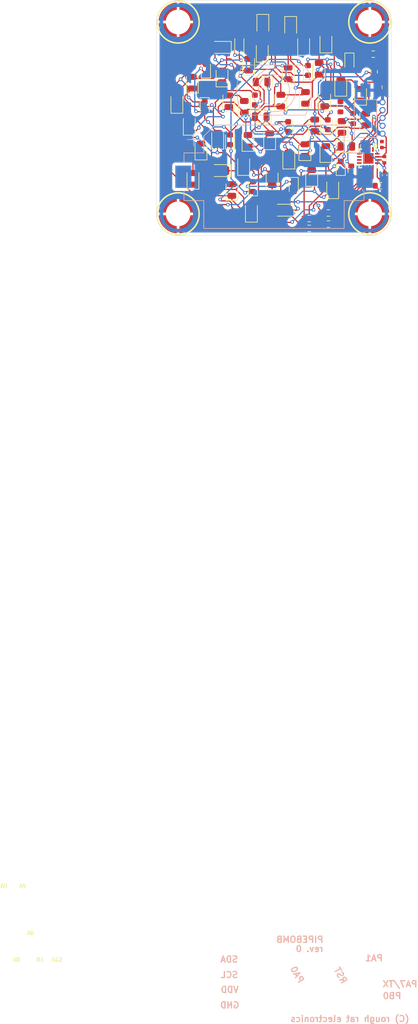
<source format=kicad_pcb>
(kicad_pcb (version 20240108) (generator "pcbnew") (generator_version "8.0")
  (layers (0 "F.Cu" signal) (31 "B.Cu" signal) (34 "B.Paste" user) (35 "F.Paste" user) (36 "B.SilkS" user "B.Silkscreen") (37 "F.SilkS" user "F.Silkscreen") (38 "B.Mask" user) (39 "F.Mask" user) (44 "Edge.Cuts" user))
  (net 0 "")
  (net 1 "/LED1")
  (net 2 "/LED6")
  (net 3 "/LED5")
  (net 4 "/LED4")
  (net 5 "/LED3")
  (net 6 "/LED2")
  (net 7 "/nRST")
  (net 8 "Net-(U1-PA0)")
  (net 9 "GND")
  (net 10 "/SWD")
  (net 11 "/SWC")
  (net 12 "VDD")
  (net 13 "/UART_TX")
  (net 14 "Net-(U1-PA6)")
  (net 15 "Net-(U1-PA5)")
  (net 16 "Net-(U1-PA4)")
  (net 17 "Net-(U1-PA1)")
  (net 18 "Net-(U1-PA8)")
  (net 19 "Net-(U1-PA2)")
  (net 20 "/LED0")
  (net 21 "Net-(U1-PA3)")
  (net 22 "Net-(BT0-+)")
  (net 23 "/BUT")
  (net 25 "/WLED1")
  (net 26 "/WLED0")
  (net 27 "/WLED2")
  (net 28 "Net-(U1-PA12)")
  (net 29 "/WLED3")
  (footprint "LED_SMD:LED_0603_1608Metric" (layer "F.Cu") (at 134.2 33 -90)
    (property "Reference" "D105" (hide yes))
    (property "Value" "LED_WHITE")
  )
  (footprint "LED_SMD:LED_0805_2012Metric" (layer "F.Cu") (at 124.7 27.3 -90)
    (property "Reference" "D3" (hide yes))
    (property "Value" "LED")
  )
  (footprint "LED_SMD:LED_0805_2012Metric" (layer "F.Cu") (at 113.6 35.3 90)
    (property "Reference" "D6" (hide yes))
    (property "Value" "LED")
  )
  (footprint "Resistor_SMD:R_0603_1608Metric" (layer "F.Cu") (at 130.8 59.15 180)
    (property "Reference" "R6" (hide yes))
    (property "Value" "47")
  )
  (footprint "LED_SMD:LED_0603_1608Metric" (layer "F.Cu") (at 125.2 53.1 -90)
    (property "Reference" "D104" (hide yes))
    (property "Value" "LED_WHITE")
  )
  (footprint "LED_SMD:LED_0805_2012Metric" (layer "F.Cu") (at 110.2 47.1 90)
    (property "Reference" "D30" (hide yes))
    (property "Value" "LED")
  )
  (footprint "LED_SMD:LED_0603_1608Metric" (layer "F.Cu") (at 114.9 45.525 90)
    (property "Reference" "D109" (hide yes))
    (property "Value" "LED_WHITE")
  )
  (footprint "LED_SMD:LED_0603_1608Metric" (layer "F.Cu") (at 124.3 43.4 90)
    (property "Reference" "D106" (hide yes))
    (property "Value" "LED_WHITE")
  )
  (footprint "LED_SMD:LED_0805_2012Metric" (layer "F.Cu") (at 131.5 53.35 90)
    (property "Reference" "D41" (hide yes))
    (property "Value" "LED")
  )
  (footprint "LED_SMD:LED_0805_2012Metric" (layer "F.Cu") (at 108.3 43.1 90)
    (property "Reference" "D24" (hide yes))
    (property "Value" "LED")
  )
  (footprint "LED_SMD:LED_0805_2012Metric" (layer "F.Cu") (at 130.2 39.1625 90)
    (property "Reference" "D16" (hide yes))
    (property "Value" "LED")
  )
  (footprint "LED_SMD:LED_0805_2012Metric" (layer "F.Cu") (at 136 38.2625 90)
    (property "Reference" "D17" (hide yes))
    (property "Value" "LED")
  )
  (footprint "LED_SMD:LED_0603_1608Metric" (layer "F.Cu") (at 110.8 40.2 -90)
    (property "Reference" "D103" (hide yes))
    (property "Value" "LED_WHITE")
  )
  (footprint "LED_SMD:LED_0805_2012Metric" (layer "F.Cu") (at 129.3 34.0625 90)
    (property "Reference" "D10" (hide yes))
    (property "Value" "LED")
  )
  (footprint "Resistor_SMD:R_0402_1005Metric" (layer "F.Cu") (at 139.85 48.75 90)
    (property "Reference" "R2" (hide yes))
    (property "Value" "10k" (hide yes))
  )
  (footprint "LED_SMD:LED_0805_2012Metric" (layer "F.Cu") (at 112.9 45.3625 90)
    (property "Reference" "D19" (hide yes))
    (property "Value" "LED")
  )
  (footprint "LED_SMD:LED_0805_2012Metric" (layer "F.Cu") (at 124.3 34.8 90)
    (property "Reference" "D8" (hide yes))
    (property "Value" "LED")
  )
  (footprint "LED_SMD:LED_0603_1608Metric" (layer "F.Cu") (at 132.8 49.8 90)
    (property "Reference" "D111" (hide yes))
    (property "Value" "LED_WHITE")
  )
  (footprint "Resistor_SMD:R_0603_1608Metric" (layer "F.Cu") (at 132.75 40.2 -90)
    (property "Reference" "R9" (hide yes))
    (property "Value" "47")
  )
  (footprint "easyeda2kicad:SMD_BD5.6-D3.6" (layer "F.Cu") (at 137.5 57.5)
    (property "Reference" "U4" (hide yes))
    (property "Value" "SMTSOM215BTR")
  )
  (footprint "LED_SMD:LED_0805_2012Metric" (layer "F.Cu") (at 136.85 42.25 90)
    (property "Reference" "D29" (hide yes))
    (property "Value" "LED")
  )
  (footprint "Connector_PinHeader_1.27mm:PinHeader_1x05_P1.27mm_Vertical" (layer "F.Cu") (at 139.55 44.54 180)
    (property "Reference" "J2" (hide yes))
    (property "Value" "Conn_01x05")
  )
  (footprint "LED_SMD:LED_0805_2012Metric" (layer "F.Cu") (at 124.4 48.5625 90)
    (property "Reference" "D22" (hide yes))
    (property "Value" "LED")
  )
  (footprint "Resistor_SMD:R_0603_1608Metric" (layer "F.Cu") (at 130.8 57.35 180)
    (property "Reference" "R10" (hide yes))
    (property "Value" "47")
  )
  (footprint "LED_SMD:LED_0805_2012Metric" (layer "F.Cu") (at 117.2 40.2 90)
    (property "Reference" "D25" (hide yes))
    (property "Value" "LED")
  )
  (footprint "Resistor_SMD:R_0603_1608Metric" (layer "F.Cu") (at 134.5 50.6 90)
    (property "Reference" "R12" (hide yes))
    (property "Value" "0")
  )
  (footprint "LED_SMD:LED_0805_2012Metric" (layer "F.Cu") (at 117.8 45.7 90)
    (property "Reference" "D14" (hide yes))
    (property "Value" "LED")
  )
  (footprint "LED_SMD:LED_0603_1608Metric" (layer "F.Cu") (at 127.5 34.325 90)
    (property "Reference" "D102" (hide yes))
    (property "Value" "LED_WHITE")
  )
  (footprint "LED_SMD:LED_0805_2012Metric" (layer "F.Cu") (at 113.4 30.6 180)
    (property "Reference" "D0" (hide yes))
    (property "Value" "LED")
  )
  (footprint "LED_SMD:LED_0805_2012Metric" (layer "F.Cu") (at 121.3 45.4375 90)
    (property "Reference" "D26" (hide yes))
    (property "Value" "LED")
  )
  (footprint "LED_SMD:LED_0805_2012Metric" (layer "F.Cu") (at 123.1 39.2 90)
    (property "Reference" "D15" (hide yes))
    (property "Value" "LED")
  )
  (footprint "LED_SMD:LED_0805_2012Metric" (layer "F.Cu") (at 127.1 38.7625 90)
    (property "Reference" "D9" (hide yes))
    (property "Value" "LED")
  )
  (footprint "Resistor_SMD:R_0603_1608Metric" (layer "F.Cu") (at 140 37.05 -90)
    (property "Reference" "R13" (hide yes))
    (property "Value" "0")
  )
  (footprint "LED_SMD:LED_0805_2012Metric" (layer "F.Cu") (at 120.1 31.3 90)
    (property "Reference" "D1" (hide yes))
    (property "Value" "LED")
  )
  (footprint "Resistor_SMD:R_0603_1608Metric" (layer "F.Cu") (at 127.7 58.25 180)
    (property "Reference" "R7" (hide yes))
    (property "Value" "47")
  )
  (footprint "LED_SMD:LED_0603_1608Metric" (layer "F.Cu") (at 118.9 39.1 90)
    (property "Reference" "D107" (hide yes))
    (property "Value" "LED_WHITE")
  )
  (footprint "Resistor_SMD:R_0603_1608Metric" (layer "F.Cu") (at 138.2 34.55 90)
    (property "Reference" "R8" (hide yes))
    (property "Value" "0")
  )
  (footprint "LED_SMD:LED_0805_2012Metric" (layer "F.Cu") (at 128.1 51.35 90)
    (property "Reference" "D40" (hide yes))
    (property "Value" "LED")
  )
  (footprint "LED_SMD:LED_0805_2012Metric" (layer "F.Cu") (at 108.9 51.8375 90)
    (property "Reference" "D36" (hide yes))
    (property "Value" "LED")
  )
  (footprint "LED_SMD:LED_0805_2012Metric" (layer "F.Cu") (at 113.3375 50.5 180)
    (property "Reference" "D31" (hide yes))
    (property "Value" "LED")
  )
  (footprint "LED_SMD:LED_0805_2012Metric" (layer "F.Cu") (at 114.7 39.3 90)
    (property "Reference" "D13" (hide yes))
    (property "Value" "LED")
  )
  (footprint "LED_SMD:LED_0805_2012Metric" (layer "F.Cu") (at 132.8 36.8 90)
    (property "Reference" "D11" (hide yes))
    (property "Value" "LED")
  )
  (footprint "LED_SMD:LED_0603_1608Metric" (layer "F.Cu") (at 116.4 30 90)
    (property "Reference" "D101" (hide yes))
    (property "Value" "LED_WHITE")
  )
  (footprint "LED_SMD:LED_0603_1608Metric" (layer "F.Cu") (at 118.6 53.1 90)
    (property "Reference" "D110" (hide yes))
    (property "Value" "LED_WHITE")
  )
  (footprint "LED_SMD:LED_0805_2012Metric" (layer "F.Cu") (at 106.3 39.5625 90)
    (property "Reference" "D18" (hide yes))
    (property "Value" "LED")
  )
  (footprint "easyeda2kicad:TQFN-16_L3.0-W3.0-P0.50-BL-EP1.7" (layer "F.Cu") (at 137.25 48.534999 180)
    (property "Reference" "U1" (hide yes))
    (property "Value" "PY32F002AW15U6TR" (hide yes))
  )
  (footprint "Capacitor_SMD:C_0402_1005Metric" (layer "F.Cu") (at 139.9 51.25 -90)
    (property "Reference" "C2" (hide yes))
    (property "Value" "100n" (hide yes))
  )
  (footprint "LED_SMD:LED_0805_2012Metric" (layer "F.Cu") (at 117.9 33.4 90)
    (property "Reference" "D7" (hide yes))
    (property "Value" "LED")
  )
  (footprint "LED_SMD:LED_0805_2012Metric" (layer "F.Cu") (at 130.4 47.5 90)
    (property "Reference" "D34" (hide yes))
    (property "Value" "LED")
  )
  (footprint "Resistor_SMD:R_0603_1608Metric" (layer "F.Cu") (at 138.05 31.7)
    (property "Reference" "R3" (hide yes))
    (property "Value" "47")
  )
  (footprint "LED_SMD:LED_0805_2012Metric" (layer "F.Cu") (at 127 47.2 90)
    (property "Reference" "D27" (hide yes))
    (property "Value" "LED")
  )
  (footprint "LED_SMD:LED_0805_2012Metric" (layer "F.Cu") (at 126.8 30.2 90)
    (property "Reference" "D4" (hide yes))
    (property "Value" "LED")
  )
  (footprint "LED_SMD:LED_0805_2012Metric" (layer "F.Cu") (at 115.2 53.6375 90)
    (property "Reference" "D37" (hide yes))
    (property "Value" "LED")
  )
  (footprint "LED_SMD:LED_0805_2012Metric" (layer "F.Cu") (at 120.2 26.9625 -90)
    (property "Reference" "D2" (hide yes))
    (property "Value" "LED")
  )
  (footprint "LED_SMD:LED_0805_2012Metric" (layer "F.Cu") (at 133 43.45 90)
    (property "Reference" "D23" (hide yes))
    (property "Value" "LED")
  )
  (footprint "Resistor_SMD:R_0603_1608Metric" (layer "F.Cu") (at 134.8 42.1 -90)
    (property "Reference" "R0" (hide yes))
    (property "Value" "47")
  )
  (footprint "Resistor_SMD:R_0603_1608Metric" (layer "F.Cu") (at 139.2 52.95 180)
    (property "Reference" "R11" (hide yes))
    (property "Value" "0")
  )
  (footprint "LED_SMD:LED_0805_2012Metric" (layer "F.Cu") (at 108.8 36.3 90)
    (property "Reference" "D12" (hide yes))
    (property "Value" "LED")
  )
  (footprint "LED_SMD:LED_0805_2012Metric" (layer "F.Cu") (at 119.8625 41.8 180)
    (property "Reference" "D20" (hide yes))
    (property "Value" "LED")
  )
  (footprint "LED_SMD:LED_0805_2012Metric" (layer "F.Cu") (at 117.1 49.6 90)
    (property "Reference" "D32" (hide yes))
    (property "Value" "LED")
  )
  (footprint "easyeda2kicad:SMD_BD5.6-D3.6" (layer "F.Cu") (at 137.5 26.5)
    (property "Reference" "U2" (hide yes))
    (property "Value" "SMTSOM215BTR")
  )
  (footprint "Capacitor_SMD:C_0402_1005Metric" (layer "F.Cu") (at 139.45 46.3 90)
    (property "Reference" "C3" (hide yes))
    (property "Value" "100n" (hide yes))
  )
  (footprint "LED_SMD:LED_0603_1608Metric" (layer "F.Cu") (at 111 34.1 90)
    (property "Reference" "D100" (hide yes))
    (property "Value" "LED_WHITE")
  )
  (footprint "easyeda2kicad:SMD_BD5.6-D3.6" (layer "F.Cu") (at 106.5 26.5)
    (property "Reference" "U0" (hide yes))
    (property "Value" "SMTSOM215BTR")
  )
  (footprint "LED_SMD:LED_0603_1608Metric" (layer "F.Cu") (at 130.7 43.1 90)
    (property "Reference" "D108" (hide yes))
    (property "Value" "LED_WHITE")
  )
  (footprint "LED_SMD:LED_0805_2012Metric" (layer "F.Cu") (at 120 36.2 180)
    (property "Reference" "D21" (hide yes))
    (property "Value" "LED")
  )
  (footprint "LED_SMD:LED_0805_2012Metric" (layer "F.Cu") (at 133.7 46.6)
    (property "Reference" "D35" (hide yes))
    (property "Value" "LED")
  )
  (footprint "Resistor_SMD:R_0603_1608Metric" (layer "F.Cu") (at 127.7 59.85 180)
    (property "Reference" "R5" (hide yes))
    (property "Value" "47")
  )
  (footprint "LED_SMD:LED_0805_2012Metric" (layer "F.Cu") (at 121.7 51.9 90)
    (property "Reference" "D33" (hide yes))
    (property "Value" "LED")
  )
  (footprint "easyeda2kicad:SMD_BD5.6-D3.6" (layer "F.Cu") (at 106.5 57.5)
    (property "Reference" "U3" (hide yes))
    (property "Value" "SMTSOM215BTR")
  )
  (footprint "LED_SMD:LED_0805_2012Metric" (layer "F.Cu") (at 130.4 29.8 90)
    (property "Reference" "D5" (hide yes))
    (property "Value" "LED")
  )
  (footprint "LED_SMD:LED_0805_2012Metric" (layer "F.Cu") (at 123.55 56.9 180)
    (property "Reference" "D39" (hide yes))
    (property "Value" "LED")
  )
  (footprint "LED_SMD:LED_0805_2012Metric" (layer "F.Cu") (at 128.6 43.2 90)
    (property "Reference" "D28" (hide yes))
    (property "Value" "LED")
  )
  (footprint "LED_SMD:LED_0805_2012Metric" (layer "F.Cu") (at 118.35 57.15 90)
    (property "Reference" "D38" (hide yes))
    (property "Value" "LED")
  )
  (footprint "Critbit_lib:flashlightButton" (layer "B.Cu") (at 122 37.5)
    (property "Reference" "SW0" (hide yes))
    (property "Value" "SW_SPST")
  )
  (footprint "Button_Switch_SMD:SW_SPST_FSMSM" (layer "B.Cu") (at 136.8 42.1 -90)
    (property "Reference" "SW2" (hide yes))
    (property "Value" "B1")
  )
  (footprint "Battery:BatteryHolder_Keystone_1060_1x2032" (layer "B.Cu") (at 122 51.5)
    (property "Reference" "BT0" (hide yes))
    (property "Value" "Battery_Cell")
  )
  (gr_line (start 103 26.5) (end 103 42) (stroke (width 0.05)) (layer "Edge.Cuts"))
  (gr_arc (start 103 26.5) (mid 104.025126 24.025126) (end 106.5 23) (stroke (width 0.05)) (layer "Edge.Cuts"))
  (gr_line (start 141 26.5) (end 141 42) (stroke (width 0.05)) (layer "Edge.Cuts"))
  (gr_line (start 137.5 61) (end 122 61) (stroke (width 0.05)) (layer "Edge.Cuts"))
  (gr_arc (start 106.5 61) (mid 104.025126 59.974874) (end 103 57.5) (stroke (width 0.05)) (layer "Edge.Cuts"))
  (gr_line (start 106.5 61) (end 122 61) (stroke (width 0.05)) (layer "Edge.Cuts"))
  (gr_arc (start 137.5 23) (mid 139.974874 24.025126) (end 141 26.5) (stroke (width 0.05)) (layer "Edge.Cuts"))
  (gr_line (start 106.5 23) (end 122 23) (stroke (width 0.05)) (layer "Edge.Cuts"))
  (gr_arc (start 141 57.5) (mid 139.974874 59.974874) (end 137.5 61) (stroke (width 0.05)) (layer "Edge.Cuts"))
  (gr_line (start 141 57.5) (end 141 42) (stroke (width 0.05)) (layer "Edge.Cuts"))
  (gr_line (start 103 57.5) (end 103 42) (stroke (width 0.05)) (layer "Edge.Cuts"))
  (gr_line (start 137.5 23) (end 122 23) (stroke (width 0.05)) (layer "Edge.Cuts"))
  (gr_text "PA1" (at 139.7 178.3 0) (layer "B.SilkS") (effects (font (size 1 1) (thickness 0.2) (bold yes)) (justify left bottom mirror)))
  (gr_text "SDA" (at 116.3 178.5 0) (layer "B.SilkS") (effects (font (size 1 1) (thickness 0.2) (bold yes)) (justify left bottom mirror)))
  (gr_text "GND" (at 116.5 185.9 0) (layer "B.SilkS") (effects (font (size 1 1) (thickness 0.2) (bold yes)) (justify left bottom mirror)))
  (gr_text "RST" (at 133 182.1 300) (layer "B.SilkS") (effects (font (size 1 1) (thickness 0.2) (bold yes)) (justify left bottom mirror)))
  (gr_text "SCL" (at 116.3 181 0) (layer "B.SilkS") (effects (font (size 1 1) (thickness 0.2) (bold yes)) (justify left bottom mirror)))
  (gr_text "PA7/TX" (at 145.3 182.5 0) (layer "B.SilkS") (effects (font (size 1 1) (thickness 0.2) (bold yes)) (justify left bottom mirror)))
  (gr_text "PA0" (at 126 182 300) (layer "B.SilkS") (effects (font (size 1 1) (thickness 0.2) (bold yes)) (justify left bottom mirror)))
  (gr_text "PB0" (at 142.7 184.4 0) (layer "B.SilkS") (effects (font (size 1 1) (thickness 0.2) (bold yes)) (justify left bottom mirror)))
  (gr_text "(C) rough rat electronics" (at 144 188.1 0) (layer "B.SilkS") (effects (font (size 1 1) (thickness 0.2) (bold yes)) (justify left bottom mirror)))
  (gr_text "PIPEBOMB" (at 130.1 175.3 0) (layer "B.SilkS") (effects (font (size 1 1) (thickness 0.2) (bold yes)) (justify left bottom mirror)))
  (gr_text "rev. 0" (at 130.1 176.8 0) (layer "B.SilkS") (effects (font (size 1 1) (thickness 0.2) (bold yes)) (justify left bottom mirror)))
  (gr_text "VDD" (at 116.4 183.4 0) (layer "B.SilkS") (effects (font (size 1 1) (thickness 0.2) (bold yes)) (justify left bottom mirror)))
  (gr_text "A12" (at 86 178.3 0) (layer "F.SilkS") (effects (font (size 0.6 0.6) (thickness 0.15) (bold yes)) (justify left bottom)))
  (gr_text "A8" (at 79.7 178.3 0) (layer "F.SilkS") (effects (font (size 0.6 0.6) (thickness 0.15) (bold yes)) (justify left bottom)))
  (gr_text "B1" (at 83.5 178.3 0) (layer "F.SilkS") (effects (font (size 0.6 0.6) (thickness 0.15) (bold yes)) (justify left bottom)))
  (gr_text "A5" (at 77.7 166.4 0) (layer "F.SilkS") (effects (font (size 0.6 0.6) (thickness 0.15) (bold yes)) (justify left bottom)))
  (gr_text "A6" (at 82 174 0) (layer "F.SilkS") (effects (font (size 0.6 0.6) (thickness 0.15) (bold yes)) (justify left bottom)))
  (gr_text "A4" (at 80.7 166.4 0) (layer "F.SilkS") (effects (font (size 0.6 0.6) (thickness 0.15) (bold yes)) (justify left bottom)))
  (segment (start 128.225 38.575) (end 128.225 36.075) (width 0.2) (layer "F.Cu") (net 1))
  (segment (start 112.4625 32.5125) (end 112.4625 30.6) (width 0.2) (layer "F.Cu") (net 1))
  (segment (start 116.3 38.3625) (end 117.2 39.2625) (width 0.2) (layer "F.Cu") (net 1))
  (segment (start 114.6 52.7) (end 112.4 50.5) (width 0.2) (layer "F.Cu") (net 1))
  (segment (start 114.7 38.3625) (end 116.3 38.3625) (width 0.2) (layer "F.Cu") (net 1))
  (segment (start 127.1 39.7) (end 128.225 38.575) (width 0.2) (layer "F.Cu") (net 1))
  (segment (start 129.05 34.75) (end 129.3 35) (width 0.2) (layer "F.Cu") (net 1))
  (segment (start 112.4 50.5) (end 111.9 50) (width 0.2) (layer "F.Cu") (net 1))
  (segment (start 115.5 34.3375) (end 113.6 36.2375) (width 0.2) (layer "F.Cu") (net 1))
  (segment (start 118.0875 34.15) (end 117.9 34.3375) (width 0.2) (layer "F.Cu") (net 1))
  (segment (start 115.5 34.3375) (end 115.5 33.8) (width 0.2) (layer "F.Cu") (net 1))
  (segment (start 111.9 50) (end 111.9 45.425) (width 0.2) (layer "F.Cu") (net 1))
  (segment (start 112.2 43.725) (end 112.2 40.498529) (width 0.2) (layer "F.Cu") (net 1))
  (segment (start 129.3 35) (end 128.225 36.075) (width 0.2) (layer "F.Cu") (net 1))
  (segment (start 124.786297 36.223797) (end 124.3 35.7375) (width 0.2) (layer "F.Cu") (net 1))
  (segment (start 115.5 33.8) (end 115.1 33.4) (width 0.2) (layer "F.Cu") (net 1))
  (segment (start 131.15 33.35) (end 131.15 33.884314) (width 0.2) (layer "F.Cu") (net 1))
  (segment (start 117.9 34.3375) (end 115.5 34.3375) (width 0.2) (layer "F.Cu") (net 1))
  (segment (start 112.55 39.651471) (end 112.449265 39.550735) (width 0.2) (layer "F.Cu") (net 1))
  (segment (start 124.3 35.7375) (end 123.338971 35.7375) (width 0.2) (layer "F.Cu") (net 1))
  (segment (start 129.05 34.2) (end 129.05 34.75) (width 0.2) (layer "F.Cu") (net 1))
  (segment (start 123.338971 35.7375) (end 121.751471 34.15) (width 0.2) (layer "F.Cu") (net 1))
  (segment (start 111.9 45.425) (end 112.9 44.425) (width 0.2) (layer "F.Cu") (net 1))
  (segment (start 112.449265 39.550735) (end 113.6375 38.3625) (width 0.2) (layer "F.Cu") (net 1))
  (segment (start 132.75 39.375) (end 132.75 37.7875) (width 0.2) (layer "F.Cu") (net 1))
  (segment (start 115.2 52.7) (end 114.6 52.7) (width 0.2) (layer "F.Cu") (net 1))
  (segment (start 112.55 40.148529) (end 112.55 39.651471) (width 0.2) (layer "F.Cu") (net 1))
  (segment (start 132.588702 39.213702) (end 132.75 39.375) (width 0.2) (layer "F.Cu") (net 1))
  (segment (start 113.6375 38.3625) (end 114.7 38.3625) (width 0.2) (layer "F.Cu") (net 1))
  (segment (start 132.75 37.7875) (end 132.8 37.7375) (width 0.2) (layer "F.Cu") (net 1))
  (segment (start 121.751471 34.15) (end 118.0875 34.15) (width 0.2) (layer "F.Cu") (net 1))
  (segment (start 131.15 33.884314) (end 131.6 34.334314) (width 0.2) (layer "F.Cu") (net 1))
  (segment (start 112.9 44.425) (end 112.2 43.725) (width 0.2) (layer "F.Cu") (net 1))
  (segment (start 131.6 36.5375) (end 132.8 37.7375) (width 0.2) (layer "F.Cu") (net 1))
  (segment (start 128.076203 36.223797) (end 124.786297 36.223797) (width 0.2) (layer "F.Cu") (net 1))
  (segment (start 112.5 32.55) (end 112.4625 32.5125) (width 0.2) (layer "F.Cu") (net 1))
  (segment (start 131.6 34.334314) (end 131.6 36.5375) (width 0.2) (layer "F.Cu") (net 1))
  (segment (start 112.2 40.498529) (end 112.55 40.148529) (width 0.2) (layer "F.Cu") (net 1))
  (segment (start 128.225 36.075) (end 128.076203 36.223797) (width 0.2) (layer "F.Cu") (net 1))
  (via (at 115.1 33.4) (size 0.6) (drill 0.3) (layers "F.Cu" "B.Cu") (net 1))
  (via (at 131.15 33.35) (size 0.6) (drill 0.3) (layers "F.Cu" "B.Cu") (net 1))
  (via (at 129.05 34.2) (size 0.6) (drill 0.3) (layers "F.Cu" "B.Cu") (net 1))
  (via (at 112.5 32.55) (size 0.6) (drill 0.3) (layers "F.Cu" "B.Cu") (net 1))
  (segment (start 129.9 33.35) (end 129.05 34.2) (width 0.2) (layer "B.Cu") (net 1))
  (segment (start 131.15 33.35) (end 129.9 33.35) (width 0.2) (layer "B.Cu") (net 1))
  (segment (start 113.35 33.4) (end 115.1 33.4) (width 0.2) (layer "B.Cu") (net 1))
  (segment (start 112.5 32.55) (end 113.35 33.4) (width 0.2) (layer "B.Cu") (net 1))
  (segment (start 134.575 42.2) (end 134.6 42.225) (width 0.2) (layer "F.Cu") (net 2))
  (segment (start 130.8 49.6) (end 131.827186 48.572814) (width 0.2) (layer "F.Cu") (net 2))
  (segment (start 132.8 34.96863) (end 131.75 33.91863) (width 0.2) (layer "F.Cu") (net 2))
  (segment (start 132.8 35.8625) (end 132.8 34.96863) (width 0.2) (layer "F.Cu") (net 2))
  (segment (start 133.6375 47.6) (end 134.6375 46.6) (width 0.2) (layer "F.Cu") (net 2))
  (segment (start 132.5 51.502186) (end 132.025 51.027186) (width 0.2) (layer "F.Cu") (net 2))
  (segment (start 132.025 51.027186) (end 131.603657 51.027186) (width 0.2) (layer "F.Cu") (net 2))
  (segment (start 134.6375 44.5875) (end 134.55 44.5) (width 0.2) (layer "F.Cu") (net 2))
  (segment (start 133.2875 42.225) (end 133 42.5125) (width 0.2) (layer "F.Cu") (net 2))
  (segment (start 137.336298 40.826202) (end 136.85 41.3125) (width 0.2) (layer "F.Cu") (net 2))
  (segment (start 132.997814 47.6) (end 133.6375 47.6) (width 0.2) (layer "F.Cu") (net 2))
  (segment (start 128.55 53.85) (end 128.55 52.7375) (width 0.2) (layer "F.Cu") (net 2))
  (segment (start 128.55 52.7375) (end 128.1 52.2875) (width 0.2) (layer "F.Cu") (net 2))
  (segment (start 131.5 54.2875) (end 132.5 53.2875) (width 0.2) (layer "F.Cu") (net 2))
  (segment (start 132.025 48.572814) (end 132.997814 47.6) (width 0.2) (layer "F.Cu") (net 2))
  (segment (start 123.3 58.0875) (end 118.35 58.0875) (width 0.2) (layer "F.Cu") (net 2))
  (segment (start 124.4875 56.9) (end 123.3 58.0875) (width 0.2) (layer "F.Cu") (net 2))
  (segment (start 131.75 30.2125) (end 130.4 28.8625) (width 0.2) (layer "F.Cu") (net 2))
  (segment (start 131.827186 48.572814) (end 132.025 48.572814) (width 0.2) (layer "F.Cu") (net 2))
  (segment (start 136 37.325) (end 137.336298 38.661298) (width 0.2) (layer "F.Cu") (net 2))
  (segment (start 118.056739 58.0875) (end 115.2 55.230761) (width 0.2) (layer "F.Cu") (net 2))
  (segment (start 124.4875 57.4625) (end 124.4875 56.9) (width 0.2) (layer "F.Cu") (net 2))
  (segment (start 137.336298 38.661298) (end 137.336298 40.826202) (width 0.2) (layer "F.Cu") (net 2))
  (segment (start 131.5 54.2875) (end 130.5625 54.2875) (width 0.2) (layer "F.Cu") (net 2))
  (segment (start 115.2 54.575) (end 110.7 54.575) (width 0.2) (layer "F.Cu") (net 2))
  (segment (start 133.65 42.2) (end 134.575 42.2) (width 0.2) (layer "F.Cu") (net 2))
  (segment (start 118.35 58.0875) (end 118.056739 58.0875) (width 0.2) (layer "F.Cu") (net 2))
  (segment (start 134.6375 46.6) (end 134.6375 44.5875) (width 0.2) (layer "F.Cu") (net 2))
  (segment (start 124.4875 56.9) (end 125.65 56.9) (width 0.2) (layer "F.Cu") (net 2))
  (segment (start 130.8 50.223529) (end 130.8 49.6) (width 0.2) (layer "F.Cu") (net 2))
  (segment (start 131.603657 51.027186) (end 130.8 50.223529) (width 0.2) (layer "F.Cu") (net 2))
  (segment (start 125.65 56.9) (end 125.9 56.65) (width 0.2) (layer "F.Cu") (net 2))
  (segment (start 134.6 42.225) (end 133.2875 42.225) (width 0.2) (layer "F.Cu") (net 2))
  (segment (start 126.875 59.85) (end 124.4875 57.4625) (width 0.2) (layer "F.Cu") (net 2))
  (segment (start 115.2 55.230761) (end 115.2 54.575) (width 0.2) (layer "F.Cu") (net 2))
  (segment (start 132.8 35.8625) (end 134.5375 35.8625) (width 0.2) (layer "F.Cu") (net 2))
  (segment (start 136.85 41.3125) (end 135.9375 42.225) (width 0.2) (layer "F.Cu") (net 2))
  (segment (start 131.75 33.91863) (end 131.75 30.2125) (width 0.2) (layer "F.Cu") (net 2))
  (segment (start 110.7 54.575) (end 108.9 52.775) (width 0.2) (layer "F.Cu") (net 2))
  (segment (start 132.5 53.2875) (end 132.5 51.502186) (width 0.2) (layer "F.Cu") (net 2))
  (segment (start 134.5375 35.8625) (end 136 37.325) (width 0.2) (layer "F.Cu") (net 2))
  (segment (start 130.5625 54.2875) (end 130.05 54.8) (width 0.2) (layer "F.Cu") (net 2))
  (segment (start 135.9375 42.225) (end 134.6 42.225) (width 0.2) (layer "F.Cu") (net 2))
  (via (at 125.9 56.65) (size 0.6) (drill 0.3) (layers "F.Cu" "B.Cu") (net 2))
  (via (at 130.05 54.8) (size 0.6) (drill 0.3) (layers "F.Cu" "B.Cu") (net 2))
  (via (at 128.55 53.85) (size 0.6) (drill 0.3) (layers "F.Cu" "B.Cu") (net 2))
  (via (at 134.55 44.5) (size 0.6) (drill 0.3) (layers "F.Cu" "B.Cu") (net 2))
  (via (at 133.65 42.2) (size 0.6) (drill 0.3) (layers "F.Cu" "B.Cu") (net 2))
  (segment (start 125.9 56.65) (end 125.3 56.05) (width 0.2) (layer "B.Cu") (net 2))
  (segment (start 134.55 44.5) (end 134.55 43.1) (width 0.2) (layer "B.Cu") (net 2))
  (segment (start 125.3 56.05) (end 125.3 55.2) (width 0.2) (layer "B.Cu") (net 2))
  (segment (start 126.65 53.85) (end 128.55 53.85) (width 0.2) (layer "B.Cu") (net 2))
  (segment (start 130.05 54.8) (end 129.5 54.8) (width 0.2) (layer "B.Cu") (net 2))
  (segment (start 129.5 54.8) (end 128.55 53.85) (width 0.2) (layer "B.Cu") (net 2))
  (segment (start 134.55 43.1) (end 133.65 42.2) (width 0.2) (layer "B.Cu") (net 2))
  (segment (start 125.3 55.2) (end 126.65 53.85) (width 0.2) (layer "B.Cu") (net 2))
  (segment (start 131.83125 47.53125) (end 131.83125 46.66875) (width 0.2) (layer "F.Cu") (net 3))
  (segment (start 130.35 38.075) (end 130.35 34.175) (width 0.2) (layer "F.Cu") (net 3))
  (segment (start 117.1 56.438232) (end 117.661768 57) (width 0.2) (layer "F.Cu") (net 3))
  (segment (start 119.05 57) (end 121.7 54.35) (width 0.2) (layer "F.Cu") (net 3))
  (segment (start 127.7 56.2125) (end 131.5 52.4125) (width 0.2) (layer "F.Cu") (net 3))
  (segment (start 129.975 59.15) (end 129.9 59.075) (width 0.2) (layer "F.Cu") (net 3))
  (segment (start 130.925 48.4375) (end 130.4 48.4375) (width 0.2) (layer "F.Cu") (net 3))
  (segment (start 126.6 43.3) (end 127.6375 42.2625) (width 0.2) (layer "F.Cu") (net 3))
  (segment (start 110.2 49.85) (end 110.2 48.0375) (width 0.2) (layer "F.Cu") (net 3))
  (segment (start 124.4 47.25) (end 123.75 46.6) (width 0.2) (layer "F.Cu") (net 3))
  (segment (start 131.83125 46.66875) (end 131.85 46.65) (width 0.2) (layer "F.Cu") (net 3))
  (segment (start 117.1 50.5375) (end 114.3125 50.5375) (width 0.2) (layer "F.Cu") (net 3))
  (segment (start 121.7 52.8375) (end 119.95 51.0875) (width 0.2) (layer "F.Cu") (net 3))
  (segment (start 129.575 38.225) (end 130.2 38.225) (width 0.2) (layer "F.Cu") (net 3))
  (segment (start 114.3125 50.5375) (end 114.275 50.5) (width 0.2) (layer "F.Cu") (net 3))
  (segment (start 115.825732 53.55) (end 113.9 53.55) (width 0.2) (layer "F.Cu") (net 3))
  (segment (start 130.2 38.225) (end 130.35 38.075) (width 0.2) (layer "F.Cu") (net 3))
  (segment (start 119.95 51.0875) (end 119.95 49.95) (width 0.2) (layer "F.Cu") (net 3))
  (segment (start 117.1 52.275732) (end 115.825732 53.55) (width 0.2) (layer "F.Cu") (net 3))
  (segment (start 126.6 43.9) (end 126.6 43.3) (width 0.2) (layer "F.Cu") (net 3))
  (segment (start 121.7 54.35) (end 121.7 52.8375) (width 0.2) (layer "F.Cu") (net 3))
  (segment (start 124.4 47.625) (end 124.4 47.25) (width 0.2) (layer "F.Cu") (net 3))
  (segment (start 130.35 34.175) (end 129.3 33.125) (width 0.2) (layer "F.Cu") (net 3))
  (segment (start 127.6375 42.2625) (end 128.6 42.2625) (width 0.2) (layer "F.Cu") (net 3))
  (segment (start 122.275 47.625) (end 124.4 47.625) (width 0.2) (layer "F.Cu") (net 3))
  (segment (start 127.912352 59.075) (end 127.7 58.862648) (width 0.2) (layer "F.Cu") (net 3))
  (segment (start 117.1 55.9) (end 117.1 54.824268) (width 0.2) (layer "F.Cu") (net 3))
  (segment (start 128.6 39.2) (end 129.575 38.225) (width 0.2) (layer "F.Cu") (net 3))
  (segment (start 129.3 31.7625) (end 129.3 33.125) (width 0.2) (layer "F.Cu") (net 3))
  (segment (start 119.95 49.95) (end 122.275 47.625) (width 0.2) (layer "F.Cu") (net 3))
  (segment (start 129.9 59.075) (end 127.912352 59.075) (width 0.2) (layer "F.Cu") (net 3))
  (segment (start 113.9 53.55) (end 110.2 49.85) (width 0.2) (layer "F.Cu") (net 3))
  (segment (start 130.4 51.3125) (end 130.4 48.4375) (width 0.2) (layer "F.Cu") (net 3))
  (segment (start 132.7625 46.6) (end 131.83125 47.53125) (width 0.2) (layer "F.Cu") (net 3))
  (segment (start 128.6 41.3) (end 128.6 42.2625) (width 0.2) (layer "F.Cu") (net 3))
  (segment (start 131.83125 47.53125) (end 130.925 48.4375) (width 0.2) (layer "F.Cu") (net 3))
  (segment (start 117.1 50.5375) (end 117.1 52.275732) (width 0.2) (layer "F.Cu") (net 3))
  (segment (start 117.661768 57) (end 119.05 57) (width 0.2) (layer "F.Cu") (net 3))
  (segment (start 117.1 54.824268) (end 115.825732 53.55) (width 0.2) (layer "F.Cu") (net 3))
  (segment (start 128.6 42.2625) (end 128.6 39.2) (width 0.2) (layer "F.Cu") (net 3))
  (segment (start 117.1 55.9) (end 117.1 56.438232) (width 0.2) (layer "F.Cu") (net 3))
  (segment (start 131.5 52.4125) (end 130.4 51.3125) (width 0.2) (layer "F.Cu") (net 3))
  (segment (start 127.7 58.862648) (end 127.7 56.2125) (width 0.2) (layer "F.Cu") (net 3))
  (segment (start 126.8 29.2625) (end 129.3 31.7625) (width 0.2) (layer "F.Cu") (net 3))
  (via (at 128.6 41.3) (size 0.6) (drill 0.3) (layers "F.Cu" "B.Cu") (net 3))
  (via (at 123.75 46.6) (size 0.6) (drill 0.3) (layers "F.Cu" "B.Cu") (net 3))
  (via (at 126.6 43.9) (size 0.6) (drill 0.3) (layers "F.Cu" "B.Cu") (net 3))
  (via (at 131.85 46.65) (size 0.6) (drill 0.3) (layers "F.Cu" "B.Cu") (net 3))
  (segment (start 128.6 43.4) (end 131.85 46.65) (width 0.2) (layer "B.Cu") (net 3))
  (segment (start 128.6 41.3) (end 128.6 43.4) (width 0.2) (layer "B.Cu") (net 3))
  (segment (start 126.201471 43.9) (end 123.75 46.351471) (width 0.2) (layer "B.Cu") (net 3))
  (segment (start 126.6 43.9) (end 126.201471 43.9) (width 0.2) (layer "B.Cu") (net 3))
  (segment (start 123.75 46.351471) (end 123.75 46.6) (width 0.2) (layer "B.Cu") (net 3))
  (segment (start 128.1 50.4125) (end 127 49.3125) (width 0.2) (layer "F.Cu") (net 4))
  (segment (start 131.177186 44.625) (end 129.0875 44.625) (width 0.2) (layer "F.Cu") (net 4))
  (segment (start 127 48.1375) (end 128.825 48.1375) (width 0.2) (layer "F.Cu") (net 4))
  (segment (start 113.751471 39.45) (end 115.5125 39.45) (width 0.2) (layer "F.Cu") (net 4))
  (segment (start 126 34.086768) (end 124.7 32.786768) (width 0.2) (layer "F.Cu") (net 4))
  (segment (start 123.1 38.2625) (end 123.1 36.501471) (width 0.2) (layer "F.Cu") (net 4))
  (segment (start 119.475 40.625) (end 120.4 39.7) (width 0.2) (layer "F.Cu") (net 4))
  (segment (start 134.36115 43.673798) (end 134.187352 43.5) (width 0.2) (layer "F.Cu") (net 4))
  (segment (start 113 41.05) (end 113 40.201471) (width 0.2) (layer "F.Cu") (net 4))
  (segment (start 124.7 32.786768) (end 124.7 28.2375) (width 0.2) (layer "F.Cu") (net 4))
  (segment (start 134.187352 43.5) (end 132.302186 43.5) (width 0.2) (layer "F.Cu") (net 4))
  (segment (start 121.775 45.9) (end 121.3 46.375) (width 0.2) (layer "F.Cu") (net 4))
  (segment (start 121.698529 35.1) (end 120.1625 35.1) (width 0.2) (layer "F.Cu") (net 4))
  (segment (start 126.6625 38.2625) (end 127.1 37.825) (width 0.2) (layer "F.Cu") (net 4))
  (segment (start 127.85 47.2875) (end 127 48.1375) (width 0.2) (layer "F.Cu") (net 4))
  (segment (start 117.45 42) (end 117.45 41.3875) (width 0.2) (layer "F.Cu") (net 4))
  (segment (start 132.302186 43.5) (end 131.177186 44.625) (width 0.2) (layer "F.Cu") (net 4))
  (segment (start 128.825 48.1375) (end 130.4 46.5625) (width 0.2) (layer "F.Cu") (net 4))
  (segment (start 108.3 44.0375) (end 109.4125 44.0375) (width 0.2) (layer "F.Cu") (net 4))
  (segment (start 117.2 41.1375) (end 117.7125 40.625) (width 0.2) (layer "F.Cu") (net 4))
  (segment (start 129.0875 44.625) (end 128.6 44.1375) (width 0.2) (layer "F.Cu") (net 4))
  (segment (start 120.875 46.375) (end 119.8 47.45) (width 0.2) (layer "F.Cu") (net 4))
  (segment (start 128.15 44.5875) (end 128.6 44.1375) (width 0.2) (layer "F.Cu") (net 4))
  (segment (start 136.85 43.1875) (end 136.363702 43.673798) (width 0.2) (layer "F.Cu") (net 4))
  (segment (start 126 34.45) (end 126 34.086768) (width 0.2) (layer "F.Cu") (net 4))
  (segment (start 120.1625 35.1) (end 119.0625 36.2) (width 0.2) (layer "F.Cu") (net 4))
  (segment (start 128.1 50.4125) (end 126.875 51.6375) (width 0.2) (layer "F.Cu") (net 4))
  (segment (start 120.4 39.7) (end 120.4 37.5375) (width 0.2) (layer "F.Cu") (net 4))
  (segment (start 126.425 37.15) (end 127.1 37.825) (width 0.2) (layer "F.Cu") (net 4))
  (segment (start 128.15 45.15) (end 128.15 44.5875) (width 0.2) (layer "F.Cu") (net 4))
  (segment (start 127 49.3125) (end 127 48.1375) (width 0.2) (layer "F.Cu") (net 4))
  (segment (start 121.3 46.375) (end 120.875 46.375) (width 0.2) (layer "F.Cu") (net 4))
  (segment (start 117.7125 40.625) (end 119.475 40.625) (width 0.2) (layer "F.Cu") (net 4))
  (segment (start 126.875 51.6375) (end 126.875 58.25) (width 0.2) (layer "F.Cu") (net 4))
  (segment (start 124.55 45.9) (end 121.775 45.9) (width 0.2) (layer "F.Cu") (net 4))
  (segment (start 125.5 37.15) (end 126.425 37.15) (width 0.2) (layer "F.Cu") (net 4))
  (segment (start 113 40.201471) (end 113.751471 39.45) (width 0.2) (layer "F.Cu") (net 4))
  (segment (start 123.1 36.501471) (end 121.698529 35.1) (width 0.2) (layer "F.Cu") (net 4))
  (segment (start 136.363702 43.673798) (end 134.36115 43.673798) (width 0.2) (layer "F.Cu") (net 4))
  (segment (start 115.5125 39.45) (end 117.2 41.1375) (width 0.2) (layer "F.Cu") (net 4))
  (segment (start 120.4 37.5375) (end 119.0625 36.2) (width 0.2) (layer "F.Cu") (net 4))
  (segment (start 124.8 46.15) (end 124.55 45.9) (width 0.2) (layer "F.Cu") (net 4))
  (segment (start 127.85 47.25) (end 127.85 47.2875) (width 0.2) (layer "F.Cu") (net 4))
  (segment (start 109.4125 44.0375) (end 109.85 43.6) (width 0.2) (layer "F.Cu") (net 4))
  (segment (start 123.1 38.2625) (end 126.6625 38.2625) (width 0.2) (layer "F.Cu") (net 4))
  (segment (start 117.45 41.3875) (end 117.2 41.1375) (width 0.2) (layer "F.Cu") (net 4))
  (segment (start 113.75 41.8) (end 113 41.05) (width 0.2) (layer "F.Cu") (net 4))
  (via (at 119.8 47.45) (size 0.6) (drill 0.3) (layers "F.Cu" "B.Cu") (net 4))
  (via (at 128.15 45.15) (size 0.6) (drill 0.3) (layers "F.Cu" "B.Cu") (net 4))
  (via (at 109.85 43.6) (size 0.6) (drill 0.3) (layers "F.Cu" "B.Cu") (net 4))
  (via (at 126 34.45) (size 0.6) (drill 0.3) (layers "F.Cu" "B.Cu") (net 4))
  (via (at 127.85 47.25) (size 0.6) (drill 0.3) (layers "F.Cu" "B.Cu") (net 4))
  (via (at 117.45 42) (size 0.6) (drill 0.3) (layers "F.Cu" "B.Cu") (net 4))
  (via (at 113.75 41.8) (size 0.6) (drill 0.3) (layers "F.Cu" "B.Cu") (net 4))
  (via (at 125.5 37.15) (size 0.6) (drill 0.3) (layers "F.Cu" "B.Cu") (net 4))
  (via (at 124.8 46.15) (size 0.6) (drill 0.3) (layers "F.Cu" "B.Cu") (net 4))
  (segment (start 125.9 47.25) (end 127.85 47.25) (width 0.2) (layer "B.Cu") (net 4))
  (segment (start 126 34.45) (end 126 36.65) (width 0.2) (layer "B.Cu") (net 4))
  (segment (start 126 36.65) (end 125.5 37.15) (width 0.2) (layer "B.Cu") (net 4))
  (segment (start 127.85 45.45) (end 128.15 45.15) (width 0.2) (layer "B.Cu") (net 4))
  (segment (start 109.85 43.301471) (end 111.351471 41.8) (width 0.2) (layer "B.Cu") (net 4))
  (segment (start 111.351471 41.8) (end 113.75 41.8) (width 0.2) (layer "B.Cu") (net 4))
  (segment (start 124.8 46.15) (end 125.9 47.25) (width 0.2) (layer "B.Cu") (net 4))
  (segment (start 117.45 45.1) (end 117.45 42) (width 0.2) (layer "B.Cu") (net 4))
  (segment (start 109.85 43.6) (end 109.85 43.301471) (width 0.2) (layer "B.Cu") (net 4))
  (segment (start 119.8 47.45) (end 117.45 45.1) (width 0.2) (layer "B.Cu") (net 4))
  (segment (start 127.85 47.25) (end 127.85 45.45) (width 0.2) (layer "B.Cu") (net 4))
  (segment (start 123.500001 45.2) (end 125.1375 45.2) (width 0.2) (layer "F.Cu") (net 5))
  (segment (start 120.8 42.499999) (end 123.500001 45.2) (width 0.2) (layer "F.Cu") (net 5))
  (segment (start 126 46.4625) (end 126.2 46.2625) (width 0.2) (layer "F.Cu") (net 5))
  (segment (start 120.8 41.35) (end 121.2 40.95) (width 0.2) (layer "F.Cu") (net 5))
  (segment (start 119.0125 43.55) (end 119.55 43.55) (width 0.2) (layer "F.Cu") (net 5))
  (segment (start 124.3 32) (end 124.3 33.8625) (width 0.2) (layer "F.Cu") (net 5))
  (segment (start 123.9875 33.55) (end 124.3 33.8625) (width 0.2) (layer "F.Cu") (net 5))
  (segment (start 106.3 40.5) (end 106.3 43.513232) (width 0.2) (layer "F.Cu") (net 5))
  (segment (start 121.2625 50.9625) (end 121.7 50.9625) (width 0.2) (layer "F.Cu") (net 5))
  (segment (start 124.4 49.5) (end 123.1625 49.5) (width 0.2) (layer "F.Cu") (net 5))
  (segment (start 123.9625 55.55) (end 125.9 55.55) (width 0.2) (layer "F.Cu") (net 5))
  (segment (start 123.35 33.55) (end 123.9875 33.55) (width 0.2) (layer "F.Cu") (net 5))
  (segment (start 120.8 41.8) (end 120.8 41.35) (width 0.2) (layer "F.Cu") (net 5))
  (segment (start 107.936768 45.15) (end 109.6 45.15) (width 0.2) (layer "F.Cu") (net 5))
  (segment (start 126.2 46.2625) (end 127 46.2625) (width 0.2) (layer "F.Cu") (net 5))
  (segment (start 120.55 50.25) (end 121.2625 50.9625) (width 0.2) (layer "F.Cu") (net 5))
  (segment (start 122.6125 56.9) (end 123.098797 56.413703) (width 0.2) (layer "F.Cu") (net 5))
  (segment (start 116.1 49.5) (end 117.538232 49.5) (width 0.2) (layer "F.Cu") (net 5))
  (segment (start 118.75 50.711768) (end 118.75 51.2) (width 0.2) (layer "F.Cu") (net 5))
  (segment (start 125.1375 45.2) (end 126.2 46.2625) (width 0.2) (layer "F.Cu") (net 5))
  (segment (start 123.098797 52.361297) (end 121.7 50.9625) (width 0.2) (layer "F.Cu") (net 5))
  (segment (start 117.538232 49.5) (end 118.75 50.711768) (width 0.2) (layer "F.Cu") (net 5))
  (segment (start 127.4875 45.775) (end 131.6125 45.775) (width 0.2) (layer "F.Cu") (net 5))
  (segment (start 127 46.2625) (end 127.4875 45.775) (width 0.2) (layer "F.Cu") (net 5))
  (segment (start 114.2 47.6) (end 116.1 49.5) (width 0.2) (layer "F.Cu") (net 5))
  (segment (start 123.098797 56.413703) (end 123.098797 52.361297) (width 0.2) (layer "F.Cu") (net 5))
  (segment (start 106.3 43.513232) (end 107.936768 45.15) (width 0.2) (layer "F.Cu") (net 5))
  (segment (start 117.8 44.7625) (end 119.0125 43.55) (width 0.2) (layer "F.Cu") (net 5))
  (segment (start 112.85 47.6) (end 114.2 47.6) (width 0.2) (layer "F.Cu") (net 5))
  (segment (start 123.1625 49.5) (end 121.7 50.9625) (width 0.2) (layer "F.Cu") (net 5))
  (segment (start 120.8 41.8) (end 120.8 42.499999) (width 0.2) (layer "F.Cu") (net 5))
  (segment (start 112.85 46.35) (end 112.9 46.3) (width 0.2) (layer "F.Cu") (net 5))
  (segment (start 131.6125 45.775) (end 133 44.3875) (width 0.2) (layer "F.Cu") (net 5))
  (segment (start 112.85 47.6) (end 112.85 46.35) (width 0.2) (layer "F.Cu") (net 5))
  (segment (start 129.2 56.15) (end 129.2 56.575) (width 0.2) (layer "F.Cu") (net 5))
  (segment (start 122.6125 56.9) (end 123.9625 55.55) (width 0.2) (layer "F.Cu") (net 5))
  (segment (start 120.9375 36.2) (end 120.9375 37.0375) (width 0.2) (layer "F.Cu") (net 5))
  (segment (start 120.9375 37.0375) (end 121.25 37.35) (width 0.2) (layer "F.Cu") (net 5))
  (segment (start 124.4 49.5) (end 126 47.9) (width 0.2) (layer "F.Cu") (net 5))
  (segment (start 126 47.9) (end 126 46.4625) (width 0.2) (layer "F.Cu") (net 5))
  (segment (start 129.2 56.575) (end 129.975 57.35) (width 0.2) (layer "F.Cu") (net 5))
  (segment (start 120.2 27.9) (end 124.3 32) (width 0.2) (layer "F.Cu") (net 5))
  (via (at 123.35 33.55) (size 0.6) (drill 0.3) (layers "F.Cu" "B.Cu") (net 5))
  (via (at 109.6 45.15) (size 0.6) (drill 0.3) (layers "F.Cu" "B.Cu") (net 5))
  (via (at 125.9 55.55) (size 0.6) (drill 0.3) (layers "F.Cu" "B.Cu") (net 5))
  (via (at 120.55 50.25) (size 0.6) (drill 0.3) (layers "F.Cu" "B.Cu") (net 5))
  (via (at 121.25 37.35) (size 0.6) (drill 0.3) (layers "F.Cu" "B.Cu") (net 5))
  (via (at 112.85 47.6) (size 0.6) (drill 0.3) (layers "F.Cu" "B.Cu") (net 5))
  (via (at 129.2 56.15) (size 0.6) (drill 0.3) (layers "F.Cu" "B.Cu") (net 5))
  (via (at 118.75 51.2) (size 0.6) (drill 0.3) (layers "F.Cu" "B.Cu") (net 5))
  (via (at 121.2 40.95) (size 0.6) (drill 0.3) (layers "F.Cu" "B.Cu") (net 5))
  (via (at 119.55 43.55) (size 0.6) (drill 0.3) (layers "F.Cu" "B.Cu") (net 5))
  (segment (start 120.55 50.25) (end 119.6 51.2) (width 0.2) (layer "B.Cu") (net 5))
  (segment (start 121.2 37.4) (end 121.25 37.35) (width 0.2) (layer "B.Cu") (net 5))
  (segment (start 121.25 34.751471) (end 122.451471 33.55) (width 0.2) (layer "B.Cu") (net 5))
  (segment (start 128.6 55.55) (end 129.2 56.15) (width 0.2) (layer "B.Cu") (net 5))
  (segment (start 112.05 47.6) (end 112.85 47.6) (width 0.2) (layer "B.Cu") (net 5))
  (segment (start 121.25 37.35) (end 121.25 34.751471) (width 0.2) (layer "B.Cu") (net 5))
  (segment (start 125.9 55.55) (end 128.6 55.55) (width 0.2) (layer "B.Cu") (net 5))
  (segment (start 121.2 40.95) (end 121.2 37.4) (width 0.2) (layer "B.Cu") (net 5))
  (segment (start 119.6 51.2) (end 118.75 51.2) (width 0.2) (layer "B.Cu") (net 5))
  (segment (start 122.451471 33.55) (end 123.35 33.55) (width 0.2) (layer "B.Cu") (net 5))
  (segment (start 109.6 45.15) (end 112.05 47.6) (width 0.2) (layer "B.Cu") (net 5))
  (segment (start 121.2 41.9) (end 121.2 40.95) (width 0.2) (layer "B.Cu") (net 5))
  (segment (start 119.55 43.55) (end 121.2 41.9) (width 0.2) (layer "B.Cu") (net 5))
  (segment (start 117.8 47.9625) (end 117.8 46.6375) (width 0.2) (layer "F.Cu") (net 6))
  (segment (start 133.9875 40.4625) (end 134.8 41.275) (width 0.2) (layer "F.Cu") (net 6))
  (segment (start 121.6 33.2) (end 121.6 31.8625) (width 0.2) (layer "F.Cu") (net 6))
  (segment (start 122.1 37.05) (end 122.1 39.6875) (width 0.2) (layer "F.Cu") (net 6))
  (segment (start 118.35 56.2125) (end 119.5 55.0625) (width 0.2) (layer "F.Cu") (net 6))
  (segment (start 121.3 44.5) (end 121.3 44.175) (width 0.2) (layer "F.Cu") (net 6))
  (segment (start 117.9 32.4625) (end 120 30.3625) (width 0.2) (layer "F.Cu") (net 6))
  (segment (start 133.625 40.1) (end 133.9875 40.4625) (width 0.2) (layer "F.Cu") (net 6))
  (segment (start 111.65 40.15) (end 108.801471 40.15) (width 0.2) (layer "F.Cu") (net 6))
  (segment (start 121.65 40.1375) (end 123.1 40.1375) (width 0.2) (layer "F.Cu") (net 6))
  (segment (start 111.9 39.9) (end 111.65 40.15) (width 0.2) (layer "F.Cu") (net 6))
  (segment (start 108.801471 40.15) (end 107.6 38.948529) (width 0.2) (layer "F.Cu") (net 6))
  (segment (start 122.45 36.7) (end 122.1 37.05) (width 0.2) (layer "F.Cu") (net 6))
  (segment (start 119.5 49.6) (end 118.5625 48.6625) (width 0.2) (layer "F.Cu") (net 6))
  (segment (start 135.25 39.2) (end 136 39.2) (width 0.2) (layer "F.Cu") (net 6))
  (segment (start 111.95 39.9) (end 111.9 39.9) (width 0.2) (layer "F.Cu") (net 6))
  (segment (start 118.925 41.8) (end 118.075 42.65) (width 0.2) (layer "F.Cu") (net 6))
  (segment (start 123.85 41.15) (end 123.85 40.8875) (width 0.2) (layer "F.Cu") (net 6))
  (segment (start 121.3 44.175) (end 118.925 41.8) (width 0.2) (layer "F.Cu") (net 6))
  (segment (start 114.4125 40.2375) (end 114.7 40.2375) (width 0.2) (layer "F.Cu") (net 6))
  (segment (start 133.9875 40.4625) (end 135.25 39.2) (width 0.2) (layer "F.Cu") (net 6))
  (segment (start 113.75 40.9) (end 114.4125 40.2375) (width 0.2) (layer "F.Cu") (net 6))
  (segment (start 118.075 42.65) (end 117.1125 42.65) (width 0.2) (layer "F.Cu") (net 6))
  (segment (start 120 30.3625) (end 120.1 30.3625) (width 0.2) (layer "F.Cu") (net 6))
  (segment (start 117.1125 42.65) (end 114.7 40.2375) (width 0.2) (layer "F.Cu") (net 6))
  (segment (start 119.1625 46.6375) (end 121.3 44.5) (width 0.2) (layer "F.Cu") (net 6))
  (segment (start 117.8 46.6375) (end 119.1625 46.6375) (width 0.2) (layer "F.Cu") (net 6))
  (segment (start 117.1 48.6625) (end 117.8 47.9625) (width 0.2) (layer "F.Cu") (net 6))
  (segment (start 130.2 40.5) (end 130.2 40.1) (width 0.2) (layer "F.Cu") (net 6))
  (segment (start 122.1 39.6875) (end 121.65 40.1375) (width 0.2) (layer "F.Cu") (net 6))
  (segment (start 129.8 40.9) (end 130.2 40.5) (width 0.2) (layer "F.Cu") (net 6))
  (segment (start 107.6 38.948529) (end 107.6 38.4375) (width 0.2) (layer "F.Cu") (net 6))
  (segment (start 121.6 31.8625) (end 120.1 30.3625) (width 0.2) (layer "F.Cu") (net 6))
  (segment (start 120.5875 40.1375) (end 121.65 40.1375) (width 0.2) (layer "F.Cu") (net 6))
  (segment (start 118.925 41.8) (end 120.5875 40.1375) (width 0.2) (layer "F.Cu") (net 6))
  (segment (start 130.2 40.1) (end 133.625 40.1) (width 0.2) (layer "F.Cu") (net 6))
  (segment (start 118.5625 48.6625) (end 117.1 48.6625) (width 0.2) (layer "F.Cu") (net 6))
  (segment (start 107.6 38.4375) (end 108.8 37.2375) (width 0.2) (layer "F.Cu") (net 6))
  (segment (start 119.5 55.0625) (end 119.5 49.6) (width 0.2) (layer "F.Cu") (net 6))
  (segment (start 123.85 40.8875) (end 123.1 40.1375) (width 0.2) (layer "F.Cu") (net 6))
  (via (at 113.75 40.9) (size 0.6) (drill 0.3) (layers "F.Cu" "B.Cu") (net 6))
  (via (at 123.85 41.15) (size 0.6) (drill 0.3) (layers "F.Cu" "B.Cu") (net 6))
  (via (at 111.95 39.9) (size 0.6) (drill 0.3) (layers "F.Cu" "B.Cu") (net 6))
  (via (at 122.45 36.7) (size 0.6) (drill 0.3) (layers "F.Cu" "B.Cu") (net 6))
  (via (at 121.6 33.2) (size 0.6) (drill 0.3) (layers "F.Cu" "B.Cu") (net 6))
  (via (at 129.8 40.9) (size 0.6) (drill 0.3) (layers "F.Cu" "B.Cu") (net 6))
  (segment (start 113.75 40.9) (end 112.95 40.9) (width 0.2) (layer "B.Cu") (net 6))
  (segment (start 129.8 40.9) (end 129.6 40.7) (width 0.2) (layer "B.Cu") (net 6))
  (segment (start 121.6 33.2) (end 121.85 32.95) (width 0.2) (layer "B.Cu") (net 6))
  (segment (start 123.598529 32.95) (end 123.95 33.301471) (width 0.2) (layer "B.Cu") (net 6))
  (segment (start 124.3 40.7) (end 123.85 41.15) (width 0.2) (layer "B.Cu") (net 6))
  (segment (start 121.85 32.95) (end 123.598529 32.95) (width 0.2) (layer "B.Cu") (net 6))
  (segment (start 112.95 40.9) (end 111.95 39.9) (width 0.2) (layer "B.Cu") (net 6))
  (segment (start 123.95 33.301471) (end 123.95 35.2) (width 0.2) (layer "B.Cu") (net 6))
  (segment (start 123.95 35.2) (end 122.45 36.7) (width 0.2) (layer "B.Cu") (net 6))
  (segment (start 129.6 40.7) (end 124.3 40.7) (width 0.2) (layer "B.Cu") (net 6))
  (segment (start 137.95 44.1) (end 137.95 42) (width 0.2) (layer "F.Cu") (net 7))
  (segment (start 137.7 44.35) (end 137.95 44.1) (width 0.2) (layer "F.Cu") (net 7))
  (segment (start 135.8 46.25) (end 137.7 44.35) (width 0.2) (layer "F.Cu") (net 7))
  (segment (start 135.8 47.784999) (end 135.8 46.25) (width 0.2) (layer "F.Cu") (net 7))
  (segment (start 137.95 42) (end 138.15 41.8) (width 0.2) (layer "F.Cu") (net 7))
  (via (at 138.15 41.8) (size 0.6) (drill 0.3) (layers "F.Cu" "B.Cu") (net 7))
  (segment (start 138.15 41.87) (end 139.55 43.27) (width 0.2) (layer "B.Cu") (net 7))
  (segment (start 138.15 41.8) (end 138.15 41.87) (width 0.2) (layer "B.Cu") (net 7))
  (segment (start 107.536539 59.9) (end 107.506539 59.93) (width 0.66) (layer "F.Cu") (net 9))
  (segment (start 137 47.084999) (end 137 46.415686) (width 0.2) (layer "F.Cu") (net 10))
  (segment (start 137 46.415686) (end 138.75 44.665686) (width 0.2) (layer "F.Cu") (net 10))
  (segment (start 138.75 42.8) (end 139.55 42) (width 0.2) (layer "F.Cu") (net 10))
  (segment (start 139.55 42) (end 140.35 41.2) (width 0.2) (layer "F.Cu") (net 10))
  (segment (start 138.75 44.665686) (end 138.75 42.8) (width 0.2) (layer "F.Cu") (net 10))
  (segment (start 140.35 38.225) (end 140 37.875) (width 0.2) (layer "F.Cu") (net 10))
  (segment (start 140.35 41.2) (end 140.35 38.225) (width 0.2) (layer "F.Cu") (net 10))
  (segment (start 139.218629 41.2) (end 139.549999 41.2) (width 0.2) (layer "F.Cu") (net 11))
  (segment (start 136.5 47.084999) (end 136.5 46.35) (width 0.2) (layer "F.Cu") (net 11))
  (segment (start 138.35 44.5) (end 138.35 42.634314) (width 0.2) (layer "F.Cu") (net 11))
  (segment (start 138.75 42.234314) (end 138.75 41.668629) (width 0.2) (layer "F.Cu") (net 11))
  (segment (start 136.5 46.35) (end 138.35 44.5) (width 0.2) (layer "F.Cu") (net 11))
  (segment (start 138.75 41.668629) (end 139.218629 41.2) (width 0.2) (layer "F.Cu") (net 11))
  (segment (start 138.35 42.634314) (end 138.75 42.234314) (width 0.2) (layer "F.Cu") (net 11))
  (segment (start 139.549999 41.2) (end 139.549999 40.73) (width 0.2) (layer "F.Cu") (net 11))
  (segment (start 138.7 48.284999) (end 139.490001 48.284999) (width 0.2) (layer "F.Cu") (net 12))
  (segment (start 139.975 47.8) (end 140.15 47.625) (width 0.2) (layer "F.Cu") (net 12))
  (segment (start 139.45 46.78) (end 140.13 46.78) (width 0.2) (layer "F.Cu") (net 12))
  (segment (start 140.15 45.14) (end 139.55 44.54) (width 0.2) (layer "F.Cu") (net 12))
  (segment (start 139.490001 48.284999) (end 140.15 47.625) (width 0.2) (layer "F.Cu") (net 12))
  (segment (start 140.15 47.625) (end 140.15 46.8) (width 0.2) (layer "F.Cu") (net 12))
  (segment (start 140.13 46.78) (end 140.15 46.8) (width 0.2) (layer "F.Cu") (net 12))
  (segment (start 140.15 46.8) (end 140.15 45.14) (width 0.2) (layer "F.Cu") (net 12))
  (segment (start 132 37.5) (end 139.04 44.54) (width 0.66) (layer "B.Cu") (net 12))
  (segment (start 139.04 44.54) (end 139.55 44.54) (width 0.66) (layer "B.Cu") (net 12))
  (segment (start 140.025 52.875) (end 138.7 51.55) (width 0.2) (layer "F.Cu") (net 13))
  (segment (start 138.7 51.55) (end 138.7 49.284999) (width 0.2) (layer "F.Cu") (net 13))
  (segment (start 140.025 52.95) (end 140.025 52.875) (width 0.2) (layer "F.Cu") (net 13))
  (segment (start 128.525 59.85) (end 128.6 59.925) (width 0.2) (layer "F.Cu") (net 14))
  (segment (start 128.6 59.925) (end 132.125 59.925) (width 0.2) (layer "F.Cu") (net 14))
  (segment (start 134.05 55.7) (end 135.05 54.7) (width 0.2) (layer "F.Cu") (net 14))
  (segment (start 132.125 59.925) (end 134.05 58) (width 0.2) (layer "F.Cu") (net 14))
  (segment (start 135.05 54.7) (end 138 51.75) (width 0.2) (layer "F.Cu") (net 14))
  (segment (start 134.05 58) (end 134.05 55.7) (width 0.2) (layer "F.Cu") (net 14))
  (segment (start 138 51.75) (end 138 49.984999) (width 0.2) (layer "F.Cu") (net 14))
  (segment (start 137.5 49.984999) (end 137.5 51.607104) (width 0.2) (layer "F.Cu") (net 15))
  (segment (start 133.1 58.384314) (end 133.1 56.007104) (width 0.2) (layer "F.Cu") (net 15))
  (segment (start 131.625 59.15) (end 132.334314 59.15) (width 0.2) (layer "F.Cu") (net 15))
  (segment (start 132.334314 59.15) (end 133.1 58.384314) (width 0.2) (layer "F.Cu") (net 15))
  (segment (start 137.5 51.607104) (end 134.478552 54.628552) (width 0.2) (layer "F.Cu") (net 15))
  (segment (start 133.1 56.007104) (end 134.478552 54.628552) (width 0.2) (layer "F.Cu") (net 15))
  (segment (start 132.6 57.562648) (end 132.6 55.941418) (width 0.2) (layer "F.Cu") (net 16))
  (segment (start 137 51.541418) (end 133.670709 54.870709) (width 0.2) (layer "F.Cu") (net 16))
  (segment (start 128.525 58.25) (end 131.912648 58.25) (width 0.2) (layer "F.Cu") (net 16))
  (segment (start 131.912648 58.25) (end 132.6 57.562648) (width 0.2) (layer "F.Cu") (net 16))
  (segment (start 132.6 55.941418) (end 133.670709 54.870709) (width 0.2) (layer "F.Cu") (net 16))
  (segment (start 137 49.984999) (end 137 51.541418) (width 0.2) (layer "F.Cu") (net 16))
  (segment (start 138.7 47.252054) (end 138.7 47.784999) (width 0.2) (layer "F.Cu") (net 18))
  (segment (start 138.719678 47.232376) (end 138.7 47.252054) (width 0.2) (layer "F.Cu") (net 18))
  (segment (start 136.95 34.65) (end 137.475 34.65) (width 0.2) (layer "F.Cu") (net 18))
  (segment (start 137.475 34.65) (end 138.2 35.375) (width 0.2) (layer "F.Cu") (net 18))
  (via (at 138.719678 47.232376) (size 0.6) (drill 0.3) (layers "F.Cu" "B.Cu") (net 18))
  (via (at 136.95 34.65) (size 0.6) (drill 0.3) (layers "F.Cu" "B.Cu") (net 18))
  (segment (start 130.165074 35.35) (end 136.25 35.35) (width 0.2) (layer "B.Cu") (net 18))
  (segment (start 133.158149 39.992463) (end 130.507537 39.992463) (width 0.2) (layer "B.Cu") (net 18))
  (segment (start 138.719678 47.232376) (end 138.719678 45.553992) (width 0.2) (layer "B.Cu") (net 18))
  (segment (start 129.2 38.684926) (end 129.2 36.315074) (width 0.2) (layer "B.Cu") (net 18))
  (segment (start 136.25 35.35) (end 136.95 34.65) (width 0.2) (layer "B.Cu") (net 18))
  (segment (start 129.2 36.315074) (end 130.165074 35.35) (width 0.2) (layer "B.Cu") (net 18))
  (segment (start 130.507537 39.992463) (end 129.2 38.684926) (width 0.2) (layer "B.Cu") (net 18))
  (segment (start 138.719678 45.553992) (end 133.158149 39.992463) (width 0.2) (layer "B.Cu") (net 18))
  (segment (start 110.686298 43.517059) (end 109.331739 42.1625) (width 0.2) (layer "F.Cu") (net 20))
  (segment (start 125.55625 29.89375) (end 125.7 29.75) (width 0.2) (layer "F.Cu") (net 20))
  (segment (start 114.3375 33.625) (end 113.6 34.3625) (width 0.2) (layer "F.Cu") (net 20))
  (segment (start 114.3375 29.900001) (end 118.212501 26.025) (width 0.2) (layer "F.Cu") (net 20))
  (segment (start 108.8 35.3625) (end 106.3 37.8625) (width 0.2) (layer "F.Cu") (net 20))
  (segment (start 108.9 47.4625) (end 110.2 46.1625) (width 0.2) (layer "F.Cu") (net 20))
  (segment (start 116.098529 33.55) (end 114.998529 32.45) (width 0.2) (layer "F.Cu") (net 20))
  (segment (start 109.331739 42.1625) (end 108.3 42.1625) (width 0.2) (layer "F.Cu") (net 20))
  (segment (start 124.7 26.3625) (end 126.025 26.3625) (width 0.2) (layer "F.Cu") (net 20))
  (segment (start 113.6 34.3625) (end 113.4875 34.3625) (width 0.2) (layer "F.Cu") (net 20))
  (segment (start 124.3625 26.025) (end 124.7 26.3625) (width 0.2) (layer "F.Cu") (net 20))
  (segment (start 125.7 27.3625) (end 124.7 26.3625) (width 0.2) (layer "F.Cu") (net 20))
  (segment (start 108.3 42.1625) (end 108.3 40.625) (width 0.2) (layer "F.Cu") (net 20))
  (segment (start 106.3 37.8625) (end 106.3 38.625) (width 0.2) (layer "F.Cu") (net 20))
  (segment (start 110.2 46.1625) (end 110.686298 45.676202) (width 0.2) (layer "F.Cu") (net 20))
  (segment (start 118.7875 33.55) (end 116.098529 33.55) (width 0.2) (layer "F.Cu") (net 20))
  (segment (start 126.8 31.1375) (end 125.55625 29.89375) (width 0.2) (layer "F.Cu") (net 20))
  (segment (start 127.2 30.7375) (end 126.8 31.1375) (width 0.2) (layer "F.Cu") (net 20))
  (segment (start 112.225 35.625) (end 109.0625 35.625) (width 0.2) (layer "F.Cu") (net 20))
  (segment (start 108.3 40.625) (end 106.3 38.625) (width 0.2) (layer "F.Cu") (net 20))
  (segment (start 114.3375 32.45) (end 114.3375 33.625) (width 0.2) (layer "F.Cu") (net 20))
  (segment (start 133.25 29.9) (end 133.5 29.9) (width 0.2) (layer "F.Cu") (net 20))
  (segment (start 126.025 26.3625) (end 127.63125 27.96875) (width 0.2) (layer "F.Cu") (net 20))
  (segment (start 110.686298 45.676202) (end 110.686298 43.517059) (width 0.2) (layer "F.Cu") (net 20))
  (segment (start 125.7 29.75) (end 125.7 27.3625) (width 0.2) (layer "F.Cu") (net 20))
  (segment (start 127.63125 27.96875) (end 131.31875 27.96875) (width 0.2) (layer "F.Cu") (net 20))
  (segment (start 109.0625 35.625) (end 108.8 35.3625) (width 0.2) (layer "F.Cu") (net 20))
  (segment (start 114.3375 30.6) (end 114.3375 32.45) (width 0.2) (layer "F.Cu") (net 20))
  (segment (start 130.6125 30.95) (end 130.4 30.7375) (width 0.2) (layer "F.Cu") (net 20))
  (segment (start 118.212501 26.025) (end 120.2 26.025) (width 0.2) (layer "F.Cu") (net 20))
  (segment (start 120.2 26.025) (end 124.3625 26.025) (width 0.2) (layer "F.Cu") (net 20))
  (segment (start 114.3375 30.6) (end 114.3375 29.900001) (width 0.2) (layer "F.Cu") (net 20))
  (segment (start 108.9 50.9) (end 108.9 47.4625) (width 0.2) (layer "F.Cu") (net 20))
  (segment (start 135.3 31.7) (end 137.225 31.7) (width 0.2) (layer "F.Cu") (net 20))
  (segment (start 114.998529 32.45) (end 114.3375 32.45) (width 0.2) (layer "F.Cu") (net 20))
  (segment (start 113.4875 34.3625) (end 112.225 35.625) (width 0.2) (layer "F.Cu") (net 20))
  (segment (start 127.63125 27.96875) (end 130.4 30.7375) (width 0.2) (layer "F.Cu") (net 20))
  (segment (start 120.1 32.2375) (end 118.7875 33.55) (width 0.2) (layer "F.Cu") (net 20))
  (segment (start 131.31875 27.96875) (end 133.25 29.9) (width 0.2) (layer "F.Cu") (net 20))
  (segment (start 133.5 29.9) (end 135.3 31.7) (width 0.2) (layer "F.Cu") (net 20))
  (segment (start 131.625 56.350732) (end 133.262866 54.712866) (width 0.2) (layer "F.Cu") (net 21))
  (segment (start 136.5 51.475732) (end 133.262866 54.712866) (width 0.2) (layer "F.Cu") (net 21))
  (segment (start 136.5 49.984999) (end 136.5 51.475732) (width 0.2) (layer "F.Cu") (net 21))
  (segment (start 131.625 57.35) (end 131.625 56.350732) (width 0.2) (layer "F.Cu") (net 21))
  (segment (start 139.85 49.26) (end 139.85 50.1) (width 0.2) (layer "F.Cu") (net 23))
  (segment (start 139.85 50.1) (end 139.85 50.72) (width 0.2) (layer "F.Cu") (net 23))
  (segment (start 139.85 50.72) (end 139.9 50.77) (width 0.2) (layer "F.Cu") (net 23))
  (segment (start 139.85 49.26) (end 139.374999 48.784999) (width 0.2) (layer "F.Cu") (net 23))
  (segment (start 139.374999 48.784999) (end 138.7 48.784999) (width 0.2) (layer "F.Cu") (net 23))
  (via (at 139.85 50.1) (size 0.6) (drill 0.3) (layers "F.Cu" "B.Cu") (net 23))
  (segment (start 139.85 50.1) (end 136.799999 47.049999) (width 0.2) (layer "B.Cu") (net 23))
  (segment (start 136.799999 47.049999) (end 136.799999 46.689999) (width 0.2) (layer "B.Cu") (net 23))
  (segment (start 135.7125 33.725) (end 134.2 32.2125) (width 0.2) (layer "F.Cu") (net 25))
  (segment (start 111 33.3125) (end 111 30.586768) (width 0.2) (layer "F.Cu") (net 25))
  (segment (start 105.3 50.650732) (end 105.3 37.35) (width 0.2) (layer "F.Cu") (net 25))
  (segment (start 110.8 39.4125) (end 108.9125 39.4125) (width 0.2) (layer "F.Cu") (net 25))
  (segment (start 118.1625 37.575) (end 118.9 38.3125) (width 0.2) (layer "F.Cu") (net 25))
  (segment (start 114.55 56) (end 110.649268 56) (width 0.2) (layer "F.Cu") (net 25))
  (segment (start 137.925 33.45) (end 138.2 33.725) (width 0.2) (layer "F.Cu") (net 25))
  (segment (start 110.8 38.95) (end 112.175 37.575) (width 0.2) (layer "F.Cu") (net 25))
  (segment (start 118.6 52.3125) (end 118.4875 52.3125) (width 0.2) (layer "F.Cu") (net 25))
  (segment (start 135.725 30.925) (end 137.637648 30.925) (width 0.2) (layer "F.Cu") (net 25))
  (segment (start 137.925 31.212352) (end 137.925 33.45) (width 0.2) (layer "F.Cu") (net 25))
  (segment (start 105.3 37.35) (end 106.9 35.75) (width 0.2) (layer "F.Cu") (net 25))
  (segment (start 110.649268 56) (end 105.3 50.650732) (width 0.2) (layer "F.Cu") (net 25))
  (segment (start 106.9 35.75) (end 109.3375 33.3125) (width 0.2) (layer "F.Cu") (net 25))
  (segment (start 109.3375 33.3125) (end 111 33.3125) (width 0.2) (layer "F.Cu") (net 25))
  (segment (start 116.536768 25.05) (end 129.85 25.05) (width 0.2) (layer "F.Cu") (net 25))
  (segment (start 112.175 37.575) (end 118.1625 37.575) (width 0.2) (layer "F.Cu") (net 25))
  (segment (start 137.637648 30.925) (end 137.925 31.212352) (width 0.2) (layer "F.Cu") (net 25))
  (segment (start 138.2 33.725) (end 135.7125 33.725) (width 0.2) (layer "F.Cu") (net 25))
  (segment (start 124.05 52.3) (end 125.1875 52.3) (width 0.2) (layer "F.Cu") (net 25))
  (segment (start 129.85 25.05) (end 135.725 30.925) (width 0.2) (layer "F.Cu") (net 25))
  (segment (start 125.1875 52.3) (end 125.2 52.3125) (width 0.2) (layer "F.Cu") (net 25))
  (segment (start 110.8 39.4125) (end 110.8 38.95) (width 0.2) (layer "F.Cu") (net 25))
  (segment (start 118.4875 52.3125) (end 117.75 53.05) (width 0.2) (layer "F.Cu") (net 25))
  (segment (start 108.9125 39.4125) (end 108.2 38.7) (width 0.2) (layer "F.Cu") (net 25))
  (segment (start 111 30.586768) (end 116.536768 25.05) (width 0.2) (layer "F.Cu") (net 25))
  (via (at 114.55 56) (size 0.6) (drill 0.3) (layers "F.Cu" "B.Cu") (net 25))
  (via (at 117.75 53.05) (size 0.6) (drill 0.3) (layers "F.Cu" "B.Cu") (net 25))
  (via (at 124.05 52.3) (size 0.6) (drill 0.3) (layers "F.Cu" "B.Cu") (net 25))
  (via (at 108.2 38.7) (size 0.6) (drill 0.3) (layers "F.Cu" "B.Cu") (net 25))
  (via (at 106.9 35.75) (size 0.6) (drill 0.3) (layers "F.Cu" "B.Cu") (net 25))
  (segment (start 114.55 56) (end 116.298529 56) (width 0.2) (layer "B.Cu") (net 25))
  (segment (start 118.05 53.35) (end 117.75 53.05) (width 0.2) (layer "B.Cu") (net 25))
  (segment (start 108.2 38.7) (end 108 38.5) (width 0.2) (layer "B.Cu") (net 25))
  (segment (start 123.3 53.05) (end 124.05 52.3) (width 0.2) (layer "B.Cu") (net 25))
  (segment (start 118.05 54.248529) (end 118.05 53.35) (width 0.2) (layer "B.Cu") (net 25))
  (segment (start 108 38.5) (end 108 36.85) (width 0.2) (layer "B.Cu") (net 25))
  (segment (start 116.298529 56) (end 118.05 54.248529) (width 0.2) (layer "B.Cu") (net 25))
  (segment (start 108 36.85) (end 106.9 35.75) (width 0.2) (layer "B.Cu") (net 25))
  (segment (start 117.75 53.05) (end 123.3 53.05) (width 0.2) (layer "B.Cu") (net 25))
  (segment (start 111 34.8875) (end 111.3625 34.8875) (width 0.2) (layer "F.Cu") (net 26))
  (segment (start 120.763232 29.55) (end 117.6375 29.55) (width 0.2) (layer "F.Cu") (net 26))
  (segment (start 139.15 53.725) (end 138.375 52.95) (width 0.2) (layer "F.Cu") (net 26))
  (segment (start 110.191561 33.996185) (end 110.191561 34.079061) (width 0.2) (layer "F.Cu") (net 26))
  (segment (start 113.9 43.45) (end 114.05 43.45) (width 0.2) (layer "F.Cu") (net 26))
  (segment (start 123.15 34.65) (end 122.2 33.7) (width 0.2) (layer "F.Cu") (net 26))
  (segment (start 115.9 43.3) (end 114.9 44.3) (width 0.2) (layer "F.Cu") (net 26))
  (segment (start 111.3625 34.8875) (end 113.6 32.65) (width 0.2) (layer "F.Cu") (net 26))
  (segment (start 110.191561 34.079061) (end 111 34.8875) (width 0.2) (layer "F.Cu") (net 26))
  (segment (start 125.150732 35.1125) (end 124.688232 34.65) (width 0.2) (layer "F.Cu") (net 26))
  (segment (start 110.8 42.1) (end 111.35 42.65) (width 0.2) (layer "F.Cu") (net 26))
  (segment (start 124.688232 34.65) (end 123.15 34.65) (width 0.2) (layer "F.Cu") (net 26))
  (segment (start 114.9 44.3) (end 114.9 44.7375) (width 0.2) (layer "F.Cu") (net 26))
  (segment (start 124.3 42.6125) (end 122.6375 42.6125) (width 0.2) (layer "F.Cu") (net 26))
  (segment (start 115.9 43) (end 115.9 43.3) (width 0.2) (layer "F.Cu") (net 26))
  (segment (start 122.6375 42.6125) (end 122.4 42.85) (width 0.2) (layer "F.Cu") (net 26))
  (segment (start 122.2 33.7) (end 122.2 30.986768) (width 0.2) (layer "F.Cu") (net 26))
  (segment (start 110.8 40.9875) (end 109.4375 40.9875) (width 0.2) (layer "F.Cu") (net 26))
  (segment (start 109.4375 40.9875) (end 109.4 40.95) (width 0.2) (layer "F.Cu") (net 26))
  (segment (start 110.8 40.9875) (end 110.8 42.1) (width 0.2) (layer "F.Cu") (net 26))
  (segment (start 139.15 53.800002) (end 139.15 53.725) (width 0.2) (layer "F.Cu") (net 26))
  (segment (start 116.7 32.7) (end 116.4 32.4) (width 0.2) (layer "F.Cu") (net 26))
  (segment (start 117.6375 29.55) (end 116.4 30.7875) (width 0.2) (layer "F.Cu") (net 26))
  (segment (start 127.5 35.1125) (end 125.150732 35.1125) (width 0.2) (layer "F.Cu") (net 26))
  (segment (start 116.4 32.4) (end 116.4 30.7875) (width 0.2) (layer "F.Cu") (net 26))
  (segment (start 114.05 43.45) (end 114.9 44.3) (width 0.2) (layer "F.Cu") (net 26))
  (segment (start 122.2 30.986768) (end 120.763232 29.55) (width 0.2) (layer "F.Cu") (net 26))
  (via (at 110.191561 33.996185) (size 0.6) (drill 0.3) (layers "F.Cu" "B.Cu") (net 26))
  (via (at 109.4 40.95) (size 0.6) (drill 0.3) (layers "F.Cu" "B.Cu") (net 26))
  (via (at 111.35 42.65) (size 0.6) (drill 0.3) (layers "F.Cu" "B.Cu") (net 26))
  (via (at 115.9 43) (size 0.6) (drill 0.3) (layers "F.Cu" "B.Cu") (net 26))
  (via (at 122.4 42.85) (size 0.6) (drill 0.3) (layers "F.Cu" "B.Cu") (net 26))
  (via (at 113.6 32.65) (size 0.6) (drill 0.3) (layers "F.Cu" "B.Cu") (net 26))
  (via (at 139.15 53.800002) (size 0.6) (drill 0.3) (layers "F.Cu" "B.Cu") (net 26))
  (via (at 116.7 32.7) (size 0.6) (drill 0.3) (layers "F.Cu" "B.Cu") (net 26))
  (via (at 113.9 43.45) (size 0.6) (drill 0.3) (layers "F.Cu" "B.Cu") (net 26))
  (segment (start 123.198529 44.6) (end 118.934314 44.6) (width 0.2) (layer "B.Cu") (net 26))
  (segment (start 123.75 43.551471) (end 123.75 43.7) (width 0.2) (layer "B.Cu") (net 26))
  (segment (start 112.15 43.45) (end 111.35 42.65) (width 0.2) (layer "B.Cu") (net 26))
  (segment (start 118.2 43.865686) (end 118.2 41.901471) (width 0.2) (layer "B.Cu") (net 26))
  (segment (start 118.934314 44.6) (end 118.2 43.865686) (width 0.2) (layer "B.Cu") (net 26))
  (segment (start 139.15 53.800002) (end 135.250002 53.800002) (width 0.2) (layer "B.Cu") (net 26))
  (segment (start 133.527511 49.677511) (end 127.15 43.3) (width 0.2) (layer "B.Cu") (net 26))
  (segment (start 123.048529 42.85) (end 123.75 43.551471) (width 0.2) (layer "B.Cu") (net 26))
  (segment (start 123.75 44.048529) (end 123.198529 44.6) (width 0.2) (layer "B.Cu") (net 26))
  (segment (start 109.4 40.95) (end 109.2 40.75) (width 0.2) (layer "B.Cu") (net 26))
  (segment (start 109.2 40.75) (end 109.2 34.987746) (width 0.2) (layer "B.Cu") (net 26))
  (segment (start 124.15 43.3) (end 123.75 43.7) (width 0.2) (layer "B.Cu") (net 26))
  (segment (start 122.4 42.85) (end 123.048529 42.85) (width 0.2) (layer "B.Cu") (net 26))
  (segment (start 109.2 34.987746) (end 110.191561 33.996185) (width 0.2) (layer "B.Cu") (net 26))
  (segment (start 123.75 43.7) (end 123.75 44.048529) (width 0.2) (layer "B.Cu") (net 26))
  (segment (start 113.6 32.65) (end 116.65 32.65) (width 0.2) (layer "B.Cu") (net 26))
  (segment (start 116.65 32.65) (end 116.7 32.7) (width 0.2) (layer "B.Cu") (net 26))
  (segment (start 127.15 43.3) (end 124.15 43.3) (width 0.2) (layer "B.Cu") (net 26))
  (segment (start 117.698529 41.4) (end 117.201471 41.4) (width 0.2) (layer "B.Cu") (net 26))
  (segment (start 115.9 42.701471) (end 115.9 43) (width 0.2) (layer "B.Cu") (net 26))
  (segment (start 118.2 41.901471) (end 117.698529 41.4) (width 0.2) (layer "B.Cu") (net 26))
  (segment (start 117.201471 41.4) (end 115.9 42.701471) (width 0.2) (layer "B.Cu") (net 26))
  (segment (start 135.250002 53.800002) (end 133.527511 52.077511) (width 0.2) (layer "B.Cu") (net 26))
  (segment (start 133.527511 52.077511) (end 133.527511 49.677511) (width 0.2) (layer "B.Cu") (net 26))
  (segment (start 113.9 43.45) (end 112.15 43.45) (width 0.2) (layer "B.Cu") (net 26))
  (segment (start 132.5375 49.0125) (end 131.75 49.8) (width 0.2) (layer "F.Cu") (net 27))
  (segment (start 132.8 49.0125) (end 132.5375 49.0125) (width 0.2) (layer "F.Cu") (net 27))
  (segment (start 118.9 39.8875) (end 119.1625 39.8875) (width 0.2) (layer "F.Cu") (net 27))
  (segment (start 125.2 53.8875) (end 126.4 52.6875) (width 0.2) (layer "F.Cu") (net 27))
  (segment (start 132.8 49.325) (end 132.8 49.0125) (width 0.2) (layer "F.Cu") (net 27))
  (segment (start 123.9125 43.8) (end 124.3 44.1875) (width 0.2) (layer "F.Cu") (net 27))
  (segment (start 119.1625 39.8875) (end 119.8 39.25) (width 0.2) (layer "F.Cu") (net 27))
  (segment (start 134.5 51.025) (end 132.8 49.325) (width 0.2) (layer "F.Cu") (net 27))
  (segment (start 126.4 52.6875) (end 126.4 50.55) (width 0.2) (layer "F.Cu") (net 27))
  (segment (start 133.35 48.4625) (end 132.8 49.0125) (width 0.2) (layer "F.Cu") (net 27))
  (segment (start 119.8 37.85) (end 119.8 39.25) (width 0.2) (layer "F.Cu") (net 27))
  (segment (start 126.698529 44.65) (end 124.7625 44.65) (width 0.2) (layer "F.Cu") (net 27))
  (segment (start 129.9 43.35) (end 127.911768 43.35) (width 0.2) (layer "F.Cu") (net 27))
  (segment (start 130.4375 43.8875) (end 130.7 43.8875) (width 0.2) (layer "F.Cu") (net 27))
  (segment (start 118.925 37.575) (end 119.525 37.575) (width 0.2) (layer "F.Cu") (net 27))
  (segment (start 123.15 43.8) (end 123.9125 43.8) (width 0.2) (layer "F.Cu") (net 27))
  (segment (start 116.55 35.2) (end 118.925 37.575) (width 0.2) (layer "F.Cu") (net 27))
  (segment (start 127.25 44.098529) (end 126.698529 44.65) (width 0.2) (layer "F.Cu") (net 27))
  (segment (start 127.911768 43.35) (end 127.25 44.011768) (width 0.2) (layer "F.Cu") (net 27))
  (segment (start 119.525 37.575) (end 119.8 37.85) (width 0.2) (layer "F.Cu") (net 27))
  (segment (start 133.35 48.2) (end 133.35 48.4625) (width 0.2) (layer "F.Cu") (net 27))
  (segment (start 124.7625 44.65) (end 124.3 44.1875) (width 0.2) (layer "F.Cu") (net 27))
  (segment (start 115.625 29.9875) (end 115.625 31.775) (width 0.2) (layer "F.Cu") (net 27))
  (segment (start 129.9 43.35) (end 130.4375 43.8875) (width 0.2) (layer "F.Cu") (net 27))
  (segment (start 129.925 43.1125) (end 130.7 43.8875) (width 0.2) (layer "F.Cu") (net 27))
  (segment (start 127.25 44.011768) (end 127.25 44.098529) (width 0.2) (layer "F.Cu") (net 27))
  (segment (start 116.4 29.2125) (end 115.625 29.9875) (width 0.2) (layer "F.Cu") (net 27))
  (segment (start 115.625 31.775) (end 115.7 31.85) (width 0.2) (layer "F.Cu") (net 27))
  (segment (start 134.5 51.425) (end 134.5 51.025) (width 0.2) (layer "F.Cu") (net 27))
  (via (at 123.15 43.8) (size 0.6) (drill 0.3) (layers "F.Cu" "B.Cu") (net 27))
  (via (at 131.75 49.8) (size 0.6) (drill 0.3) (layers "F.Cu" "B.Cu") (net 27))
  (via (at 119.8 39.25) (size 0.6) (drill 0.3) (layers "F.Cu" "B.Cu") (net 27))
  (via (at 129.9 43.35) (size 0.6) (drill 0.3) (layers "F.Cu" "B.Cu") (net 27))
  (via (at 116.55 35.2) (size 0.6) (drill 0.3) (layers "F.Cu" "B.Cu") (net 27))
  (via (at 115.7 31.85) (size 0.6) (drill 0.3) (layers "F.Cu" "B.Cu") (net 27))
  (via (at 126.4 50.55) (size 0.6) (drill 0.3) (layers "F.Cu" "B.Cu") (net 27))
  (via (at 133.35 48.2) (size 0.6) (drill 0.3) (layers "F.Cu" "B.Cu") (net 27))
  (segment (start 133.35 46.35) (end 130.35 43.35) (width 0.2) (layer "B.Cu") (net 27))
  (segment (start 122.75 44.2) (end 123.15 43.8) (width 0.2) (layer "B.Cu") (net 27))
  (segment (start 117.55 32.701471) (end 117.55 34.2) (width 0.2) (layer "B.Cu") (net 27))
  (segment (start 131.75 49.8) (end 131 50.55) (width 0.2) (layer "B.Cu") (net 27))
  (segment (start 130.35 43.35) (end 129.9 43.35) (width 0.2) (layer "B.Cu") (net 27))
  (segment (start 131 50.55) (end 126.4 50.55) (width 0.2) (layer "B.Cu") (net 27))
  (segment (start 116.698529 31.85) (end 117.55 32.701471) (width 0.2) (layer "B.Cu") (net 27))
  (segment (start 117.55 34.2) (end 116.55 35.2) (width 0.2) (layer "B.Cu") (net 27))
  (segment (start 118.95 44.05) (end 119.1 44.2) (width 0.2) (layer "B.Cu") (net 27))
  (segment (start 115.7 31.85) (end 116.698529 31.85) (width 0.2) (layer "B.Cu") (net 27))
  (segment (start 119.1 44.2) (end 122.75 44.2) (width 0.2) (layer "B.Cu") (net 27))
  (segment (start 118.95 40.1) (end 118.95 44.05) (width 0.2) (layer "B.Cu") (net 27))
  (segment (start 133.35 48.2) (end 133.35 46.35) (width 0.2) (layer "B.Cu") (net 27))
  (segment (start 119.8 39.25) (end 118.95 40.1) (width 0.2) (layer "B.Cu") (net 27))
  (segment (start 138.100001 46.2) (end 137.784999 46.2) (width 0.2) (layer "F.Cu") (net 28))
  (segment (start 137.784999 46.2) (end 137.5 46.484999) (width 0.2) (layer "F.Cu") (net 28))
  (segment (start 137.5 46.484999) (end 137.5 47.084999) (width 0.2) (layer "F.Cu") (net 28))
  (segment (start 134.5 49.775) (end 134.5 49.742256) (width 0.2) (layer "F.Cu") (net 28))
  (segment (start 134.5 49.742256) (end 133.785255 49.027511) (width 0.2) (layer "F.Cu") (net 28))
  (via (at 138.100001 46.2) (size 0.6) (drill 0.3) (layers "F.Cu" "B.Cu") (net 28))
  (via (at 133.785255 49.027511) (size 0.6) (drill 0.3) (layers "F.Cu" "B.Cu") (net 28))
  (segment (start 138.100001 46.2) (end 138.100001 45.500001) (width 0.2) (layer "B.Cu") (net 28))
  (segment (start 133.95 46.5) (end 133.95 48.862766) (width 0.2) (layer "B.Cu") (net 28))
  (segment (start 137.099997 44.499997) (end 135.950003 44.499997) (width 0.2) (layer "B.Cu") (net 28))
  (segment (start 133.95 48.862766) (end 133.785255 49.027511) (width 0.2) (layer "B.Cu") (net 28))
  (segment (start 135.950003 44.499997) (end 133.95 46.5) (width 0.2) (layer "B.Cu") (net 28))
  (segment (start 138.100001 45.500001) (end 137.099997 44.499997) (width 0.2) (layer "B.Cu") (net 28))
  (segment (start 113.3 55.175) (end 113.525 55.4) (width 0.2) (layer "F.Cu") (net 29))
  (segment (start 131.713232 55.55) (end 128.951471 55.55) (width 0.2) (layer "F.Cu") (net 29))
  (segment (start 117.661768 58.875) (end 124.875 58.875) (width 0.2) (layer "F.Cu") (net 29))
  (segment (start 128.951471 55.55) (end 128.4 56.101471) (width 0.2) (layer "F.Cu") (net 29))
  (segment (start 115.05 47.35) (end 115.05 46.4625) (width 0.2) (layer "F.Cu") (net 29))
  (segment (start 130.7 42.3125) (end 130.7 41.6) (width 0.2) (layer "F.Cu") (net 29))
  (segment (start 130.55 32.6) (end 130.6 32.55) (width 0.2) (layer "F.Cu") (net 29))
  (segment (start 130.7 42.3125) (end 130.225001 42.3125) (width 0.2) (layer "F.Cu") (net 29))
  (segment (start 117.5625 53.8875) (end 117.35 54.1) (width 0.2) (layer "F.Cu") (net 29))
  (segment (start 114.798529 55.4) (end 115.15 55.751471) (width 0.2) (layer "F.Cu") (net 29))
  (segment (start 124.875 58.875) (end 124.95 58.8) (width 0.2) (layer "F.Cu") (net 29))
  (segment (start 113.525 55.4) (end 114.798529 55.4) (width 0.2) (layer "F.Cu") (net 29))
  (segment (start 115.15 56.363232) (end 117.661768 58.875) (width 0.2) (layer "F.Cu") (net 29))
  (segment (start 131.2 34.5) (end 130.75 34.05) (width 0.2) (layer "F.Cu") (net 29))
  (segment (start 131.2 38.700732) (end 131.2 34.5) (width 0.2) (layer "F.Cu") (net 29))
  (segment (start 136.6375 36.225) (end 134.2 33.7875) (width 0.2) (layer "F.Cu") (net 29))
  (segment (start 127.5 33.5375) (end 126.6875 33.5375) (width 0.2) (layer "F.Cu") (net 29))
  (segment (start 130.75 34.05) (end 130.75 33.798529) (width 0.2) (layer "F.Cu") (net 29))
  (segment (start 128.4 56.101471) (end 128.4 56.85) (width 0.2) (layer "F.Cu") (net 29))
  (segment (start 130.75 33.798529) (end 130.55 33.598529) (width 0.2) (layer "F.Cu") (net 29))
  (segment (start 129.2 41.287499) (end 129.2 39.6) (width 0.2) (layer "F.Cu") (net 29))
  (segment (start 129.7875 39.0125) (end 130.888232 39.0125) (width 0.2) (layer "F.Cu") (net 29))
  (segment (start 129.2 39.6) (end 129.7875 39.0125) (width 0.2) (layer "F.Cu") (net 29))
  (segment (start 127.5 32.55) (end 127.5 33.5375) (width 0.2) (layer "F.Cu") (net 29))
  (segment (start 132.8 50.5875) (end 132.9 50.6875) (width 0.2) (layer "F.Cu") (net 29))
  (segment (start 126.6875 33.5375) (end 126 32.85) (width 0.2) (layer "F.Cu") (net 29))
  (segment (start 134.2 33.7875) (end 132.8375 33.7875) (width 0.2) (layer "F.Cu") (net 29))
  (segment (start 115.05 46.4625) (end 114.9 46.3125) (width 0.2) (layer "F.Cu") (net 29))
  (segment (start 130.7 41.6) (end 131.25 41.05) (width 0.2) (layer "F.Cu") (net 29))
  (segment (start 130.225001 42.3125) (end 129.2 41.287499) (width 0.2) (layer "F.Cu") (net 29))
  (segment (start 132.9 54.363232) (end 131.713232 55.55) (width 0.2) (layer "F.Cu") (net 29))
  (segment (start 140 36.225) (end 136.6375 36.225) (width 0.2) (layer "F.Cu") (net 29))
  (segment (start 130.888232 39.0125) (end 131.2 38.700732) (width 0.2) (layer "F.Cu") (net 29))
  (segment (start 115.15 55.751471) (end 115.15 56.363232) (width 0.2) (layer "F.Cu") (net 29))
  (segment (start 130.55 33.598529) (end 130.55 32.6) (width 0.2) (layer "F.Cu") (net 29))
  (segment (start 132.9 50.6875) (end 132.9 54.363232) (width 0.2) (layer "F.Cu") (net 29))
  (segment (start 132.8375 33.7875) (end 132.35 33.3) (width 0.2) (layer "F.Cu") (net 29))
  (segment (start 118.6 53.8875) (end 117.5625 53.8875) (width 0.2) (layer "F.Cu") (net 29))
  (via (at 128.4 56.85) (size 0.6) (drill 0.3) (layers "F.Cu" "B.Cu") (net 29))
  (via (at 127.5 32.55) (size 0.6) (drill 0.3) (layers "F.Cu" "B.Cu") (net 29))
  (via (at 132.35 33.3) (size 0.6) (drill 0.3) (layers "F.Cu" "B.Cu") (net 29))
  (via (at 126 32.85) (size 0.6) (drill 0.3) (layers "F.Cu" "B.Cu") (net 29))
  (via (at 117.35 54.1) (size 0.6) (drill 0.3) (layers "F.Cu" "B.Cu") (net 29))
  (via (at 124.95 58.8) (size 0.6) (drill 0.3) (layers "F.Cu" "B.Cu") (net 29))
  (via (at 113.3 55.175) (size 0.6) (drill 0.3) (layers "F.Cu" "B.Cu") (net 29))
  (via (at 115.05 47.35) (size 0.6) (drill 0.3) (layers "F.Cu" "B.Cu") (net 29))
  (via (at 130.6 32.55) (size 0.6) (drill 0.3) (layers "F.Cu" "B.Cu") (net 29))
  (via (at 131.25 41.05) (size 0.6) (drill 0.3) (layers "F.Cu" "B.Cu") (net 29))
  (segment (start 115.05 51.8) (end 115.05 47.35) (width 0.2) (layer "B.Cu") (net 29))
  (segment (start 121.2 32.55) (end 115.05 38.7) (width 0.2) (layer "B.Cu") (net 29))
  (segment (start 125.7 32.55) (end 121.2 32.55) (width 0.2) (layer "B.Cu") (net 29))
  (segment (start 128.4 56.85) (end 126.9 56.85) (width 0.2) (layer "B.Cu") (net 29))
  (segment (start 126 32.85) (end 125.7 32.55) (width 0.2) (layer "B.Cu") (net 29))
  (segment (start 115.55 52.925) (end 116.175 52.925) (width 0.2) (layer "B.Cu") (net 29))
  (segment (start 115.05 38.7) (end 115.05 47.35) (width 0.2) (layer "B.Cu") (net 29))
  (segment (start 131.6 32.55) (end 127.5 32.55) (width 0.2) (layer "B.Cu") (net 29))
  (segment (start 126.9 56.85) (end 124.95 58.8) (width 0.2) (layer "B.Cu") (net 29))
  (segment (start 113.3 55.175) (end 115.55 52.925) (width 0.2) (layer "B.Cu") (net 29))
  (segment (start 132.35 33.3) (end 131.6 32.55) (width 0.2) (layer "B.Cu") (net 29))
  (segment (start 116.175 52.925) (end 115.05 51.8) (width 0.2) (layer "B.Cu") (net 29))
  (segment (start 117.35 54.1) (end 116.175 52.925) (width 0.2) (layer "B.Cu") (net 29))
  (zone (net 9) (net_name "GND") (layer "B.Cu") (connect_pads (clearance 0.5)) (min_thickness 0.25) (fill yes (thermal_gap 0.5) (thermal_bridge_width 0.5))
    (polygon (pts (xy 103 23) (xy 103 61) (xy 141 61) (xy 141 23)))
  )
)
</source>
